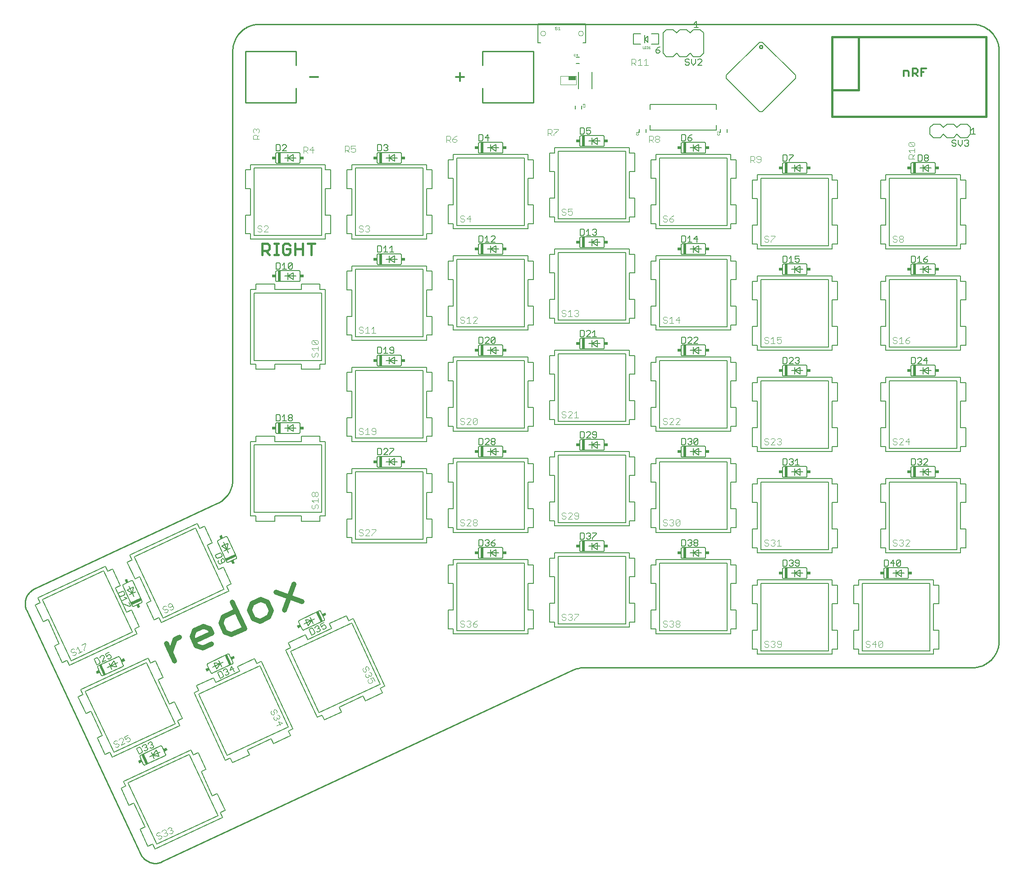
<source format=gto>
G75*
G70*
%OFA0B0*%
%FSLAX24Y24*%
%IPPOS*%
%LPD*%
%AMOC8*
5,1,8,0,0,1.08239X$1,22.5*
%
%ADD10C,0.0100*%
%ADD11C,0.0380*%
%ADD12C,0.0160*%
%ADD13C,0.0140*%
%ADD14C,0.0180*%
%ADD15C,0.0040*%
%ADD16C,0.0050*%
%ADD17R,0.0200X0.0800*%
%ADD18R,0.0250X0.0200*%
%ADD19C,0.0060*%
%ADD20C,0.0120*%
%ADD21C,0.0080*%
%ADD22C,0.0010*%
%ADD23R,0.0561X0.0295*%
%ADD24C,0.0000*%
%ADD25C,0.0020*%
D10*
X011301Y002388D02*
X002853Y020446D01*
X002827Y020506D01*
X002804Y020569D01*
X002785Y020632D01*
X002769Y020696D01*
X002757Y020761D01*
X002748Y020827D01*
X002743Y020893D01*
X002742Y020959D01*
X002745Y021026D01*
X002751Y021092D01*
X002761Y021157D01*
X002775Y021222D01*
X002792Y021286D01*
X002813Y021349D01*
X002837Y021410D01*
X002865Y021470D01*
X002896Y021529D01*
X002930Y021586D01*
X002968Y021640D01*
X003008Y021693D01*
X003051Y021743D01*
X003098Y021791D01*
X003146Y021836D01*
X003197Y021878D01*
X003251Y021917D01*
X003306Y021953D01*
X003364Y021986D01*
X003423Y022016D01*
X003422Y022016D02*
X016965Y028348D01*
X016966Y028347D02*
X017049Y028389D01*
X017130Y028434D01*
X017209Y028483D01*
X017286Y028536D01*
X017360Y028592D01*
X017431Y028652D01*
X017500Y028715D01*
X017565Y028781D01*
X017627Y028850D01*
X017686Y028922D01*
X017741Y028997D01*
X017793Y029074D01*
X017841Y029153D01*
X017885Y029235D01*
X017926Y029319D01*
X017962Y029405D01*
X017994Y029492D01*
X018022Y029580D01*
X018046Y029670D01*
X018066Y029761D01*
X018081Y029853D01*
X018092Y029945D01*
X018099Y030038D01*
X018101Y030131D01*
X018100Y030131D02*
X018100Y061870D01*
X019041Y061837D02*
X019041Y058037D01*
X022791Y058037D01*
X022791Y059087D01*
X022791Y060787D02*
X022791Y061837D01*
X019041Y061837D01*
X018100Y061870D02*
X018102Y061964D01*
X018109Y062057D01*
X018120Y062150D01*
X018136Y062243D01*
X018156Y062334D01*
X018180Y062425D01*
X018208Y062514D01*
X018241Y062602D01*
X018278Y062688D01*
X018319Y062772D01*
X018364Y062855D01*
X018413Y062935D01*
X018465Y063012D01*
X018521Y063087D01*
X018581Y063159D01*
X018644Y063229D01*
X018710Y063295D01*
X018780Y063358D01*
X018852Y063418D01*
X018927Y063474D01*
X019004Y063526D01*
X019084Y063575D01*
X019167Y063620D01*
X019251Y063661D01*
X019337Y063698D01*
X019425Y063731D01*
X019514Y063759D01*
X019605Y063783D01*
X019696Y063803D01*
X019789Y063819D01*
X019882Y063830D01*
X019975Y063837D01*
X020069Y063839D01*
X072825Y063839D01*
X072919Y063837D01*
X073012Y063830D01*
X073105Y063819D01*
X073198Y063803D01*
X073289Y063783D01*
X073380Y063759D01*
X073469Y063731D01*
X073557Y063698D01*
X073643Y063661D01*
X073727Y063620D01*
X073809Y063575D01*
X073890Y063526D01*
X073967Y063474D01*
X074042Y063418D01*
X074114Y063358D01*
X074184Y063295D01*
X074250Y063229D01*
X074313Y063159D01*
X074373Y063087D01*
X074429Y063012D01*
X074481Y062935D01*
X074530Y062854D01*
X074575Y062772D01*
X074616Y062688D01*
X074653Y062602D01*
X074686Y062514D01*
X074714Y062425D01*
X074738Y062334D01*
X074758Y062243D01*
X074774Y062150D01*
X074785Y062057D01*
X074792Y061964D01*
X074794Y061870D01*
X074793Y061870D02*
X074793Y018169D01*
X074794Y018169D02*
X074792Y018075D01*
X074785Y017982D01*
X074774Y017889D01*
X074758Y017796D01*
X074738Y017705D01*
X074714Y017614D01*
X074686Y017525D01*
X074653Y017437D01*
X074616Y017351D01*
X074575Y017267D01*
X074530Y017185D01*
X074481Y017104D01*
X074429Y017027D01*
X074373Y016952D01*
X074313Y016880D01*
X074250Y016810D01*
X074184Y016744D01*
X074114Y016681D01*
X074042Y016621D01*
X073967Y016565D01*
X073890Y016513D01*
X073810Y016464D01*
X073727Y016419D01*
X073643Y016378D01*
X073557Y016341D01*
X073469Y016308D01*
X073380Y016280D01*
X073289Y016256D01*
X073198Y016236D01*
X073105Y016220D01*
X073012Y016209D01*
X072919Y016202D01*
X072825Y016200D01*
X072825Y016201D02*
X044127Y016201D01*
X043295Y016016D02*
X012870Y001818D01*
X012807Y001791D01*
X012743Y001767D01*
X012677Y001747D01*
X012610Y001731D01*
X012543Y001720D01*
X012475Y001712D01*
X012406Y001708D01*
X012337Y001707D01*
X012269Y001711D01*
X012201Y001719D01*
X012133Y001731D01*
X012066Y001747D01*
X012000Y001767D01*
X011936Y001790D01*
X011873Y001817D01*
X011811Y001848D01*
X011752Y001882D01*
X011695Y001920D01*
X011639Y001961D01*
X011587Y002005D01*
X011537Y002052D01*
X011490Y002102D01*
X011445Y002154D01*
X011404Y002209D01*
X011367Y002267D01*
X011332Y002326D01*
X011301Y002387D01*
X043294Y016016D02*
X043382Y016055D01*
X043471Y016089D01*
X043562Y016118D01*
X043654Y016143D01*
X043747Y016164D01*
X043841Y016180D01*
X043936Y016192D01*
X044031Y016199D01*
X044127Y016201D01*
X040341Y058037D02*
X036591Y058037D01*
X036591Y059087D01*
X036591Y060787D02*
X036591Y061837D01*
X040341Y061837D01*
X040341Y058037D01*
X057080Y062164D02*
X057082Y062184D01*
X057087Y062204D01*
X057097Y062222D01*
X057109Y062239D01*
X057124Y062253D01*
X057142Y062263D01*
X057161Y062271D01*
X057181Y062275D01*
X057201Y062275D01*
X057221Y062271D01*
X057240Y062263D01*
X057258Y062253D01*
X057273Y062239D01*
X057285Y062222D01*
X057295Y062204D01*
X057300Y062184D01*
X057302Y062164D01*
X057300Y062144D01*
X057295Y062124D01*
X057285Y062106D01*
X057273Y062089D01*
X057258Y062075D01*
X057240Y062065D01*
X057221Y062057D01*
X057201Y062053D01*
X057181Y062053D01*
X057161Y062057D01*
X057142Y062065D01*
X057124Y062075D01*
X057109Y062089D01*
X057097Y062106D01*
X057087Y062124D01*
X057082Y062144D01*
X057080Y062164D01*
D11*
X022605Y022394D02*
X021908Y020478D01*
X020942Y020426D02*
X020638Y021079D01*
X020159Y021253D01*
X019506Y020949D01*
X019331Y020470D01*
X019636Y019817D01*
X020115Y019642D01*
X020768Y019947D01*
X020942Y020426D01*
X021299Y021785D02*
X023214Y021088D01*
X018975Y019111D02*
X017995Y018654D01*
X017516Y018828D01*
X017212Y019481D01*
X017386Y019960D01*
X018366Y020417D01*
X018061Y021070D02*
X018975Y019111D01*
X016551Y018775D02*
X015244Y018166D01*
X015397Y017840D02*
X015092Y018493D01*
X015266Y018972D01*
X015919Y019276D01*
X016398Y019102D01*
X016551Y018775D01*
X016529Y017970D02*
X015875Y017666D01*
X015397Y017840D01*
X014153Y018453D02*
X013827Y018300D01*
X013478Y017343D01*
X013783Y016690D02*
X013174Y017996D01*
D12*
X062445Y057002D02*
X062445Y058971D01*
X064413Y058971D01*
X064413Y062908D01*
X073862Y062908D01*
X073862Y057002D01*
X062445Y057002D01*
X062445Y058971D02*
X062445Y062908D01*
X064413Y062908D01*
D13*
X067761Y060381D02*
X068041Y060381D01*
X068134Y060287D01*
X068134Y060007D01*
X068405Y060007D02*
X068405Y060568D01*
X068685Y060568D01*
X068779Y060474D01*
X068779Y060287D01*
X068685Y060194D01*
X068405Y060194D01*
X068592Y060194D02*
X068779Y060007D01*
X069050Y060007D02*
X069050Y060568D01*
X069423Y060568D01*
X069237Y060287D02*
X069050Y060287D01*
X067761Y060381D02*
X067761Y060007D01*
D14*
X024204Y047598D02*
X023657Y047598D01*
X023930Y047598D02*
X023930Y046777D01*
X023283Y046777D02*
X023283Y047598D01*
X023283Y047187D02*
X022736Y047187D01*
X022362Y047187D02*
X022089Y047187D01*
X022362Y047187D02*
X022362Y046914D01*
X022226Y046777D01*
X021952Y046777D01*
X021815Y046914D01*
X021815Y047461D01*
X021952Y047598D01*
X022226Y047598D01*
X022362Y047461D01*
X022736Y047598D02*
X022736Y046777D01*
X021475Y046777D02*
X021201Y046777D01*
X021338Y046777D02*
X021338Y047598D01*
X021201Y047598D02*
X021475Y047598D01*
X020828Y047461D02*
X020828Y047187D01*
X020691Y047051D01*
X020281Y047051D01*
X020554Y047051D02*
X020828Y046777D01*
X020281Y046777D02*
X020281Y047598D01*
X020691Y047598D01*
X020828Y047461D01*
D15*
X020728Y048457D02*
X020421Y048457D01*
X020728Y048764D01*
X020728Y048841D01*
X020651Y048918D01*
X020498Y048918D01*
X020421Y048841D01*
X020268Y048841D02*
X020191Y048918D01*
X020037Y048918D01*
X019961Y048841D01*
X019961Y048764D01*
X020037Y048687D01*
X020191Y048687D01*
X020268Y048611D01*
X020268Y048534D01*
X020191Y048457D01*
X020037Y048457D01*
X019961Y048534D01*
X023340Y054307D02*
X023340Y054768D01*
X023570Y054768D01*
X023647Y054691D01*
X023647Y054537D01*
X023570Y054461D01*
X023340Y054461D01*
X023493Y054461D02*
X023647Y054307D01*
X023800Y054537D02*
X024107Y054537D01*
X024030Y054307D02*
X024030Y054768D01*
X023800Y054537D01*
X026411Y054511D02*
X026641Y054511D01*
X026718Y054587D01*
X026718Y054741D01*
X026641Y054818D01*
X026411Y054818D01*
X026411Y054357D01*
X026564Y054511D02*
X026718Y054357D01*
X026871Y054434D02*
X026948Y054357D01*
X027101Y054357D01*
X027178Y054434D01*
X027178Y054587D01*
X027101Y054664D01*
X027024Y054664D01*
X026871Y054587D01*
X026871Y054818D01*
X027178Y054818D01*
X027537Y048918D02*
X027461Y048841D01*
X027461Y048764D01*
X027537Y048687D01*
X027691Y048687D01*
X027768Y048611D01*
X027768Y048534D01*
X027691Y048457D01*
X027537Y048457D01*
X027461Y048534D01*
X027537Y048918D02*
X027691Y048918D01*
X027768Y048841D01*
X027921Y048841D02*
X027998Y048918D01*
X028151Y048918D01*
X028228Y048841D01*
X028228Y048764D01*
X028151Y048687D01*
X028228Y048611D01*
X028228Y048534D01*
X028151Y048457D01*
X027998Y048457D01*
X027921Y048534D01*
X028074Y048687D02*
X028151Y048687D01*
X034961Y049284D02*
X035037Y049207D01*
X035191Y049207D01*
X035268Y049284D01*
X035268Y049361D01*
X035191Y049437D01*
X035037Y049437D01*
X034961Y049514D01*
X034961Y049591D01*
X035037Y049668D01*
X035191Y049668D01*
X035268Y049591D01*
X035421Y049437D02*
X035728Y049437D01*
X035651Y049207D02*
X035651Y049668D01*
X035421Y049437D01*
X034601Y055107D02*
X034448Y055107D01*
X034371Y055184D01*
X034371Y055337D01*
X034601Y055337D01*
X034678Y055261D01*
X034678Y055184D01*
X034601Y055107D01*
X034371Y055337D02*
X034524Y055491D01*
X034678Y055568D01*
X034218Y055491D02*
X034218Y055337D01*
X034141Y055261D01*
X033911Y055261D01*
X034064Y055261D02*
X034218Y055107D01*
X033911Y055107D02*
X033911Y055568D01*
X034141Y055568D01*
X034218Y055491D01*
X041411Y055607D02*
X041411Y056068D01*
X041641Y056068D01*
X041718Y055991D01*
X041718Y055837D01*
X041641Y055761D01*
X041411Y055761D01*
X041564Y055761D02*
X041718Y055607D01*
X041871Y055607D02*
X041871Y055684D01*
X042178Y055991D01*
X042178Y056068D01*
X041871Y056068D01*
X042370Y059372D02*
X042370Y060002D01*
X043512Y060002D01*
X043512Y059372D01*
X042370Y059372D01*
X047630Y060807D02*
X047630Y061268D01*
X047860Y061268D01*
X047936Y061191D01*
X047936Y061037D01*
X047860Y060961D01*
X047630Y060961D01*
X047783Y060961D02*
X047936Y060807D01*
X048090Y060807D02*
X048397Y060807D01*
X048550Y060807D02*
X048857Y060807D01*
X048704Y060807D02*
X048704Y061268D01*
X048550Y061114D01*
X048243Y061268D02*
X048243Y060807D01*
X048090Y061114D02*
X048243Y061268D01*
X048911Y055568D02*
X049141Y055568D01*
X049218Y055491D01*
X049218Y055337D01*
X049141Y055261D01*
X048911Y055261D01*
X049064Y055261D02*
X049218Y055107D01*
X049371Y055184D02*
X049371Y055261D01*
X049448Y055337D01*
X049601Y055337D01*
X049678Y055261D01*
X049678Y055184D01*
X049601Y055107D01*
X049448Y055107D01*
X049371Y055184D01*
X049448Y055337D02*
X049371Y055414D01*
X049371Y055491D01*
X049448Y055568D01*
X049601Y055568D01*
X049678Y055491D01*
X049678Y055414D01*
X049601Y055337D01*
X048911Y055107D02*
X048911Y055568D01*
X050037Y049668D02*
X049961Y049591D01*
X049961Y049514D01*
X050037Y049437D01*
X050191Y049437D01*
X050268Y049361D01*
X050268Y049284D01*
X050191Y049207D01*
X050037Y049207D01*
X049961Y049284D01*
X050037Y049668D02*
X050191Y049668D01*
X050268Y049591D01*
X050421Y049437D02*
X050651Y049437D01*
X050728Y049361D01*
X050728Y049284D01*
X050651Y049207D01*
X050498Y049207D01*
X050421Y049284D01*
X050421Y049437D01*
X050574Y049591D01*
X050728Y049668D01*
X056411Y053607D02*
X056411Y054068D01*
X056641Y054068D01*
X056718Y053991D01*
X056718Y053837D01*
X056641Y053761D01*
X056411Y053761D01*
X056564Y053761D02*
X056718Y053607D01*
X056871Y053684D02*
X056948Y053607D01*
X057101Y053607D01*
X057178Y053684D01*
X057178Y053991D01*
X057101Y054068D01*
X056948Y054068D01*
X056871Y053991D01*
X056871Y053914D01*
X056948Y053837D01*
X057178Y053837D01*
X057537Y048168D02*
X057461Y048091D01*
X057461Y048014D01*
X057537Y047937D01*
X057691Y047937D01*
X057768Y047861D01*
X057768Y047784D01*
X057691Y047707D01*
X057537Y047707D01*
X057461Y047784D01*
X057537Y048168D02*
X057691Y048168D01*
X057768Y048091D01*
X057921Y048168D02*
X058228Y048168D01*
X058228Y048091D01*
X057921Y047784D01*
X057921Y047707D01*
X051112Y042168D02*
X050881Y041937D01*
X051188Y041937D01*
X051112Y041707D02*
X051112Y042168D01*
X050574Y042168D02*
X050574Y041707D01*
X050421Y041707D02*
X050728Y041707D01*
X050421Y042014D02*
X050574Y042168D01*
X050268Y042091D02*
X050191Y042168D01*
X050037Y042168D01*
X049961Y042091D01*
X049961Y042014D01*
X050037Y041937D01*
X050191Y041937D01*
X050268Y041861D01*
X050268Y041784D01*
X050191Y041707D01*
X050037Y041707D01*
X049961Y041784D01*
X043688Y042284D02*
X043612Y042207D01*
X043458Y042207D01*
X043381Y042284D01*
X043228Y042207D02*
X042921Y042207D01*
X043074Y042207D02*
X043074Y042668D01*
X042921Y042514D01*
X042768Y042591D02*
X042691Y042668D01*
X042537Y042668D01*
X042461Y042591D01*
X042461Y042514D01*
X042537Y042437D01*
X042691Y042437D01*
X042768Y042361D01*
X042768Y042284D01*
X042691Y042207D01*
X042537Y042207D01*
X042461Y042284D01*
X043381Y042591D02*
X043458Y042668D01*
X043612Y042668D01*
X043688Y042591D01*
X043688Y042514D01*
X043612Y042437D01*
X043688Y042361D01*
X043688Y042284D01*
X043612Y042437D02*
X043535Y042437D01*
X036188Y042091D02*
X036112Y042168D01*
X035958Y042168D01*
X035881Y042091D01*
X036188Y042091D02*
X036188Y042014D01*
X035881Y041707D01*
X036188Y041707D01*
X035728Y041707D02*
X035421Y041707D01*
X035574Y041707D02*
X035574Y042168D01*
X035421Y042014D01*
X035268Y042091D02*
X035191Y042168D01*
X035037Y042168D01*
X034961Y042091D01*
X034961Y042014D01*
X035037Y041937D01*
X035191Y041937D01*
X035268Y041861D01*
X035268Y041784D01*
X035191Y041707D01*
X035037Y041707D01*
X034961Y041784D01*
X028688Y040957D02*
X028381Y040957D01*
X028228Y040957D02*
X027921Y040957D01*
X028074Y040957D02*
X028074Y041418D01*
X027921Y041264D01*
X027768Y041341D02*
X027691Y041418D01*
X027537Y041418D01*
X027461Y041341D01*
X027461Y041264D01*
X027537Y041187D01*
X027691Y041187D01*
X027768Y041111D01*
X027768Y041034D01*
X027691Y040957D01*
X027537Y040957D01*
X027461Y041034D01*
X028381Y041264D02*
X028535Y041418D01*
X028535Y040957D01*
X024421Y040354D02*
X024421Y040201D01*
X024344Y040124D01*
X024037Y040431D01*
X024344Y040431D01*
X024421Y040354D01*
X024344Y040124D02*
X024037Y040124D01*
X023960Y040201D01*
X023960Y040354D01*
X024037Y040431D01*
X024421Y039970D02*
X024421Y039664D01*
X024421Y039817D02*
X023960Y039817D01*
X024114Y039664D01*
X024037Y039510D02*
X023960Y039433D01*
X023960Y039280D01*
X024037Y039203D01*
X024114Y039203D01*
X024191Y039280D01*
X024191Y039433D01*
X024267Y039510D01*
X024344Y039510D01*
X024421Y039433D01*
X024421Y039280D01*
X024344Y039203D01*
X027537Y033918D02*
X027461Y033841D01*
X027461Y033764D01*
X027537Y033687D01*
X027691Y033687D01*
X027768Y033611D01*
X027768Y033534D01*
X027691Y033457D01*
X027537Y033457D01*
X027461Y033534D01*
X027537Y033918D02*
X027691Y033918D01*
X027768Y033841D01*
X027921Y033764D02*
X028074Y033918D01*
X028074Y033457D01*
X027921Y033457D02*
X028228Y033457D01*
X028381Y033534D02*
X028458Y033457D01*
X028612Y033457D01*
X028688Y033534D01*
X028688Y033841D01*
X028612Y033918D01*
X028458Y033918D01*
X028381Y033841D01*
X028381Y033764D01*
X028458Y033687D01*
X028688Y033687D01*
X024344Y029181D02*
X024421Y029104D01*
X024421Y028951D01*
X024344Y028874D01*
X024267Y028874D01*
X024191Y028951D01*
X024191Y029104D01*
X024267Y029181D01*
X024344Y029181D01*
X024191Y029104D02*
X024114Y029181D01*
X024037Y029181D01*
X023960Y029104D01*
X023960Y028951D01*
X024037Y028874D01*
X024114Y028874D01*
X024191Y028951D01*
X024421Y028720D02*
X024421Y028414D01*
X024421Y028567D02*
X023960Y028567D01*
X024114Y028414D01*
X024037Y028260D02*
X023960Y028183D01*
X023960Y028030D01*
X024037Y027953D01*
X024114Y027953D01*
X024191Y028030D01*
X024191Y028183D01*
X024267Y028260D01*
X024344Y028260D01*
X024421Y028183D01*
X024421Y028030D01*
X024344Y027953D01*
X027461Y026341D02*
X027461Y026264D01*
X027537Y026187D01*
X027691Y026187D01*
X027768Y026111D01*
X027768Y026034D01*
X027691Y025957D01*
X027537Y025957D01*
X027461Y026034D01*
X027461Y026341D02*
X027537Y026418D01*
X027691Y026418D01*
X027768Y026341D01*
X027921Y026341D02*
X027998Y026418D01*
X028151Y026418D01*
X028228Y026341D01*
X028228Y026264D01*
X027921Y025957D01*
X028228Y025957D01*
X028381Y025957D02*
X028381Y026034D01*
X028688Y026341D01*
X028688Y026418D01*
X028381Y026418D01*
X034961Y026784D02*
X035037Y026707D01*
X035191Y026707D01*
X035268Y026784D01*
X035268Y026861D01*
X035191Y026937D01*
X035037Y026937D01*
X034961Y027014D01*
X034961Y027091D01*
X035037Y027168D01*
X035191Y027168D01*
X035268Y027091D01*
X035421Y027091D02*
X035498Y027168D01*
X035651Y027168D01*
X035728Y027091D01*
X035728Y027014D01*
X035421Y026707D01*
X035728Y026707D01*
X035881Y026784D02*
X035881Y026861D01*
X035958Y026937D01*
X036112Y026937D01*
X036188Y026861D01*
X036188Y026784D01*
X036112Y026707D01*
X035958Y026707D01*
X035881Y026784D01*
X035958Y026937D02*
X035881Y027014D01*
X035881Y027091D01*
X035958Y027168D01*
X036112Y027168D01*
X036188Y027091D01*
X036188Y027014D01*
X036112Y026937D01*
X042461Y027284D02*
X042537Y027207D01*
X042691Y027207D01*
X042768Y027284D01*
X042768Y027361D01*
X042691Y027437D01*
X042537Y027437D01*
X042461Y027514D01*
X042461Y027591D01*
X042537Y027668D01*
X042691Y027668D01*
X042768Y027591D01*
X042921Y027591D02*
X042998Y027668D01*
X043151Y027668D01*
X043228Y027591D01*
X043228Y027514D01*
X042921Y027207D01*
X043228Y027207D01*
X043381Y027284D02*
X043458Y027207D01*
X043612Y027207D01*
X043688Y027284D01*
X043688Y027591D01*
X043612Y027668D01*
X043458Y027668D01*
X043381Y027591D01*
X043381Y027514D01*
X043458Y027437D01*
X043688Y027437D01*
X049961Y027091D02*
X049961Y027014D01*
X050037Y026937D01*
X050191Y026937D01*
X050268Y026861D01*
X050268Y026784D01*
X050191Y026707D01*
X050037Y026707D01*
X049961Y026784D01*
X049961Y027091D02*
X050037Y027168D01*
X050191Y027168D01*
X050268Y027091D01*
X050421Y027091D02*
X050498Y027168D01*
X050651Y027168D01*
X050728Y027091D01*
X050728Y027014D01*
X050651Y026937D01*
X050728Y026861D01*
X050728Y026784D01*
X050651Y026707D01*
X050498Y026707D01*
X050421Y026784D01*
X050574Y026937D02*
X050651Y026937D01*
X050881Y026784D02*
X051188Y027091D01*
X051188Y026784D01*
X051112Y026707D01*
X050958Y026707D01*
X050881Y026784D01*
X050881Y027091D01*
X050958Y027168D01*
X051112Y027168D01*
X051188Y027091D01*
X057461Y025591D02*
X057461Y025514D01*
X057537Y025437D01*
X057691Y025437D01*
X057768Y025361D01*
X057768Y025284D01*
X057691Y025207D01*
X057537Y025207D01*
X057461Y025284D01*
X057461Y025591D02*
X057537Y025668D01*
X057691Y025668D01*
X057768Y025591D01*
X057921Y025591D02*
X057998Y025668D01*
X058151Y025668D01*
X058228Y025591D01*
X058228Y025514D01*
X058151Y025437D01*
X058228Y025361D01*
X058228Y025284D01*
X058151Y025207D01*
X057998Y025207D01*
X057921Y025284D01*
X058074Y025437D02*
X058151Y025437D01*
X058381Y025514D02*
X058535Y025668D01*
X058535Y025207D01*
X058688Y025207D02*
X058381Y025207D01*
X051188Y019591D02*
X051188Y019514D01*
X051112Y019437D01*
X050958Y019437D01*
X050881Y019514D01*
X050881Y019591D01*
X050958Y019668D01*
X051112Y019668D01*
X051188Y019591D01*
X051112Y019437D02*
X051188Y019361D01*
X051188Y019284D01*
X051112Y019207D01*
X050958Y019207D01*
X050881Y019284D01*
X050881Y019361D01*
X050958Y019437D01*
X050728Y019361D02*
X050728Y019284D01*
X050651Y019207D01*
X050498Y019207D01*
X050421Y019284D01*
X050268Y019284D02*
X050191Y019207D01*
X050037Y019207D01*
X049961Y019284D01*
X050037Y019437D02*
X050191Y019437D01*
X050268Y019361D01*
X050268Y019284D01*
X050037Y019437D02*
X049961Y019514D01*
X049961Y019591D01*
X050037Y019668D01*
X050191Y019668D01*
X050268Y019591D01*
X050421Y019591D02*
X050498Y019668D01*
X050651Y019668D01*
X050728Y019591D01*
X050728Y019514D01*
X050651Y019437D01*
X050728Y019361D01*
X050651Y019437D02*
X050574Y019437D01*
X057461Y018091D02*
X057461Y018014D01*
X057537Y017937D01*
X057691Y017937D01*
X057768Y017861D01*
X057768Y017784D01*
X057691Y017707D01*
X057537Y017707D01*
X057461Y017784D01*
X057461Y018091D02*
X057537Y018168D01*
X057691Y018168D01*
X057768Y018091D01*
X057921Y018091D02*
X057998Y018168D01*
X058151Y018168D01*
X058228Y018091D01*
X058228Y018014D01*
X058151Y017937D01*
X058228Y017861D01*
X058228Y017784D01*
X058151Y017707D01*
X057998Y017707D01*
X057921Y017784D01*
X058074Y017937D02*
X058151Y017937D01*
X058381Y018014D02*
X058458Y017937D01*
X058688Y017937D01*
X058688Y017784D02*
X058688Y018091D01*
X058612Y018168D01*
X058458Y018168D01*
X058381Y018091D01*
X058381Y018014D01*
X058381Y017784D02*
X058458Y017707D01*
X058612Y017707D01*
X058688Y017784D01*
X064961Y017784D02*
X065037Y017707D01*
X065191Y017707D01*
X065268Y017784D01*
X065268Y017861D01*
X065191Y017937D01*
X065037Y017937D01*
X064961Y018014D01*
X064961Y018091D01*
X065037Y018168D01*
X065191Y018168D01*
X065268Y018091D01*
X065421Y017937D02*
X065728Y017937D01*
X065881Y017784D02*
X065881Y018091D01*
X065958Y018168D01*
X066112Y018168D01*
X066188Y018091D01*
X065881Y017784D01*
X065958Y017707D01*
X066112Y017707D01*
X066188Y017784D01*
X066188Y018091D01*
X065651Y018168D02*
X065651Y017707D01*
X065421Y017937D02*
X065651Y018168D01*
X067037Y025207D02*
X066961Y025284D01*
X067037Y025207D02*
X067191Y025207D01*
X067268Y025284D01*
X067268Y025361D01*
X067191Y025437D01*
X067037Y025437D01*
X066961Y025514D01*
X066961Y025591D01*
X067037Y025668D01*
X067191Y025668D01*
X067268Y025591D01*
X067421Y025591D02*
X067498Y025668D01*
X067651Y025668D01*
X067728Y025591D01*
X067728Y025514D01*
X067651Y025437D01*
X067728Y025361D01*
X067728Y025284D01*
X067651Y025207D01*
X067498Y025207D01*
X067421Y025284D01*
X067574Y025437D02*
X067651Y025437D01*
X067881Y025591D02*
X067958Y025668D01*
X068112Y025668D01*
X068188Y025591D01*
X068188Y025514D01*
X067881Y025207D01*
X068188Y025207D01*
X068112Y032707D02*
X068112Y033168D01*
X067881Y032937D01*
X068188Y032937D01*
X067728Y033014D02*
X067728Y033091D01*
X067651Y033168D01*
X067498Y033168D01*
X067421Y033091D01*
X067268Y033091D02*
X067191Y033168D01*
X067037Y033168D01*
X066961Y033091D01*
X066961Y033014D01*
X067037Y032937D01*
X067191Y032937D01*
X067268Y032861D01*
X067268Y032784D01*
X067191Y032707D01*
X067037Y032707D01*
X066961Y032784D01*
X067421Y032707D02*
X067728Y033014D01*
X067728Y032707D02*
X067421Y032707D01*
X067421Y040207D02*
X067728Y040207D01*
X067574Y040207D02*
X067574Y040668D01*
X067421Y040514D01*
X067268Y040591D02*
X067191Y040668D01*
X067037Y040668D01*
X066961Y040591D01*
X066961Y040514D01*
X067037Y040437D01*
X067191Y040437D01*
X067268Y040361D01*
X067268Y040284D01*
X067191Y040207D01*
X067037Y040207D01*
X066961Y040284D01*
X067881Y040284D02*
X067881Y040437D01*
X068112Y040437D01*
X068188Y040361D01*
X068188Y040284D01*
X068112Y040207D01*
X067958Y040207D01*
X067881Y040284D01*
X067881Y040437D02*
X068035Y040591D01*
X068188Y040668D01*
X067651Y047707D02*
X067498Y047707D01*
X067421Y047784D01*
X067421Y047861D01*
X067498Y047937D01*
X067651Y047937D01*
X067728Y047861D01*
X067728Y047784D01*
X067651Y047707D01*
X067651Y047937D02*
X067728Y048014D01*
X067728Y048091D01*
X067651Y048168D01*
X067498Y048168D01*
X067421Y048091D01*
X067421Y048014D01*
X067498Y047937D01*
X067268Y047861D02*
X067268Y047784D01*
X067191Y047707D01*
X067037Y047707D01*
X066961Y047784D01*
X067037Y047937D02*
X067191Y047937D01*
X067268Y047861D01*
X067268Y048091D02*
X067191Y048168D01*
X067037Y048168D01*
X066961Y048091D01*
X066961Y048014D01*
X067037Y047937D01*
X068110Y053876D02*
X068110Y054106D01*
X068187Y054183D01*
X068341Y054183D01*
X068417Y054106D01*
X068417Y053876D01*
X068417Y054029D02*
X068571Y054183D01*
X068571Y054336D02*
X068571Y054643D01*
X068571Y054490D02*
X068110Y054490D01*
X068264Y054336D01*
X068187Y054797D02*
X068494Y054797D01*
X068187Y055104D01*
X068494Y055104D01*
X068571Y055027D01*
X068571Y054873D01*
X068494Y054797D01*
X068187Y054797D02*
X068110Y054873D01*
X068110Y055027D01*
X068187Y055104D01*
X068110Y053876D02*
X068571Y053876D01*
X058688Y040668D02*
X058381Y040668D01*
X058381Y040437D01*
X058535Y040514D01*
X058612Y040514D01*
X058688Y040437D01*
X058688Y040284D01*
X058612Y040207D01*
X058458Y040207D01*
X058381Y040284D01*
X058228Y040207D02*
X057921Y040207D01*
X058074Y040207D02*
X058074Y040668D01*
X057921Y040514D01*
X057768Y040591D02*
X057691Y040668D01*
X057537Y040668D01*
X057461Y040591D01*
X057461Y040514D01*
X057537Y040437D01*
X057691Y040437D01*
X057768Y040361D01*
X057768Y040284D01*
X057691Y040207D01*
X057537Y040207D01*
X057461Y040284D01*
X051188Y034591D02*
X051112Y034668D01*
X050958Y034668D01*
X050881Y034591D01*
X050728Y034591D02*
X050651Y034668D01*
X050498Y034668D01*
X050421Y034591D01*
X050268Y034591D02*
X050191Y034668D01*
X050037Y034668D01*
X049961Y034591D01*
X049961Y034514D01*
X050037Y034437D01*
X050191Y034437D01*
X050268Y034361D01*
X050268Y034284D01*
X050191Y034207D01*
X050037Y034207D01*
X049961Y034284D01*
X050421Y034207D02*
X050728Y034514D01*
X050728Y034591D01*
X050728Y034207D02*
X050421Y034207D01*
X050881Y034207D02*
X051188Y034514D01*
X051188Y034591D01*
X051188Y034207D02*
X050881Y034207D01*
X057461Y033091D02*
X057461Y033014D01*
X057537Y032937D01*
X057691Y032937D01*
X057768Y032861D01*
X057768Y032784D01*
X057691Y032707D01*
X057537Y032707D01*
X057461Y032784D01*
X057461Y033091D02*
X057537Y033168D01*
X057691Y033168D01*
X057768Y033091D01*
X057921Y033091D02*
X057998Y033168D01*
X058151Y033168D01*
X058228Y033091D01*
X058228Y033014D01*
X057921Y032707D01*
X058228Y032707D01*
X058381Y032784D02*
X058458Y032707D01*
X058612Y032707D01*
X058688Y032784D01*
X058688Y032861D01*
X058612Y032937D01*
X058535Y032937D01*
X058612Y032937D02*
X058688Y033014D01*
X058688Y033091D01*
X058612Y033168D01*
X058458Y033168D01*
X058381Y033091D01*
X043688Y034707D02*
X043381Y034707D01*
X043228Y034707D02*
X042921Y034707D01*
X043228Y035014D01*
X043228Y035091D01*
X043151Y035168D01*
X042998Y035168D01*
X042921Y035091D01*
X042768Y035091D02*
X042691Y035168D01*
X042537Y035168D01*
X042461Y035091D01*
X042461Y035014D01*
X042537Y034937D01*
X042691Y034937D01*
X042768Y034861D01*
X042768Y034784D01*
X042691Y034707D01*
X042537Y034707D01*
X042461Y034784D01*
X043381Y035014D02*
X043535Y035168D01*
X043535Y034707D01*
X036188Y034591D02*
X036188Y034284D01*
X036112Y034207D01*
X035958Y034207D01*
X035881Y034284D01*
X036188Y034591D01*
X036112Y034668D01*
X035958Y034668D01*
X035881Y034591D01*
X035881Y034284D01*
X035728Y034207D02*
X035421Y034207D01*
X035728Y034514D01*
X035728Y034591D01*
X035651Y034668D01*
X035498Y034668D01*
X035421Y034591D01*
X035268Y034591D02*
X035191Y034668D01*
X035037Y034668D01*
X034961Y034591D01*
X034961Y034514D01*
X035037Y034437D01*
X035191Y034437D01*
X035268Y034361D01*
X035268Y034284D01*
X035191Y034207D01*
X035037Y034207D01*
X034961Y034284D01*
X042537Y020168D02*
X042461Y020091D01*
X042461Y020014D01*
X042537Y019937D01*
X042691Y019937D01*
X042768Y019861D01*
X042768Y019784D01*
X042691Y019707D01*
X042537Y019707D01*
X042461Y019784D01*
X042537Y020168D02*
X042691Y020168D01*
X042768Y020091D01*
X042921Y020091D02*
X042998Y020168D01*
X043151Y020168D01*
X043228Y020091D01*
X043228Y020014D01*
X043151Y019937D01*
X043228Y019861D01*
X043228Y019784D01*
X043151Y019707D01*
X042998Y019707D01*
X042921Y019784D01*
X043074Y019937D02*
X043151Y019937D01*
X043381Y019784D02*
X043381Y019707D01*
X043381Y019784D02*
X043688Y020091D01*
X043688Y020168D01*
X043381Y020168D01*
X036188Y019668D02*
X036035Y019591D01*
X035881Y019437D01*
X036112Y019437D01*
X036188Y019361D01*
X036188Y019284D01*
X036112Y019207D01*
X035958Y019207D01*
X035881Y019284D01*
X035881Y019437D01*
X035728Y019361D02*
X035728Y019284D01*
X035651Y019207D01*
X035498Y019207D01*
X035421Y019284D01*
X035268Y019284D02*
X035191Y019207D01*
X035037Y019207D01*
X034961Y019284D01*
X035037Y019437D02*
X035191Y019437D01*
X035268Y019361D01*
X035268Y019284D01*
X035037Y019437D02*
X034961Y019514D01*
X034961Y019591D01*
X035037Y019668D01*
X035191Y019668D01*
X035268Y019591D01*
X035421Y019591D02*
X035498Y019668D01*
X035651Y019668D01*
X035728Y019591D01*
X035728Y019514D01*
X035651Y019437D01*
X035728Y019361D01*
X035651Y019437D02*
X035574Y019437D01*
X028324Y015825D02*
X028389Y015686D01*
X028351Y015584D01*
X028282Y015552D01*
X028180Y015589D01*
X028143Y015487D01*
X028073Y015455D01*
X027971Y015492D01*
X027906Y015631D01*
X027944Y015733D01*
X027879Y015872D02*
X027777Y015909D01*
X027712Y016048D01*
X027749Y016150D01*
X027921Y016145D02*
X027985Y016006D01*
X027948Y015904D01*
X027879Y015872D01*
X027921Y016145D02*
X027958Y016247D01*
X028027Y016280D01*
X028129Y016243D01*
X028194Y016104D01*
X028157Y016002D01*
X028222Y015862D02*
X028324Y015825D01*
X028147Y015659D02*
X028180Y015589D01*
X028277Y015380D02*
X028412Y015274D01*
X028444Y015204D01*
X028407Y015102D01*
X028268Y015037D01*
X028166Y015074D01*
X028101Y015214D01*
X028138Y015315D01*
X028277Y015380D02*
X028486Y015478D01*
X028615Y015199D01*
X021786Y012099D02*
X021480Y012210D01*
X021610Y011932D01*
X021369Y011904D02*
X021786Y012099D01*
X021554Y012414D02*
X021485Y012382D01*
X021383Y012419D01*
X021346Y012317D01*
X021276Y012285D01*
X021174Y012322D01*
X021109Y012461D01*
X021147Y012563D01*
X021082Y012702D02*
X020980Y012739D01*
X020915Y012878D01*
X020952Y012980D01*
X021124Y012975D02*
X021188Y012836D01*
X021151Y012734D01*
X021082Y012702D01*
X021124Y012975D02*
X021161Y013077D01*
X021230Y013110D01*
X021332Y013073D01*
X021397Y012934D01*
X021360Y012832D01*
X021425Y012692D02*
X021527Y012655D01*
X021592Y012516D01*
X021554Y012414D01*
X021383Y012419D02*
X021350Y012489D01*
X013696Y020529D02*
X013557Y020465D01*
X013455Y020502D01*
X013316Y020437D02*
X013283Y020506D01*
X013181Y020543D01*
X013042Y020479D01*
X012940Y020516D01*
X012908Y020585D01*
X012945Y020687D01*
X013084Y020752D01*
X013186Y020715D01*
X013325Y020780D02*
X013358Y020710D01*
X013459Y020673D01*
X013668Y020770D01*
X013733Y020631D02*
X013603Y020910D01*
X013501Y020947D01*
X013362Y020882D01*
X013325Y020780D01*
X013316Y020437D02*
X013279Y020335D01*
X013140Y020270D01*
X013038Y020307D01*
X013696Y020529D02*
X013733Y020631D01*
X007223Y017935D02*
X007075Y017527D01*
X007107Y017458D01*
X006968Y017393D02*
X006690Y017263D01*
X006829Y017328D02*
X006635Y017745D01*
X006561Y017541D01*
X006389Y017546D02*
X006287Y017583D01*
X006148Y017518D01*
X006111Y017416D01*
X006143Y017347D01*
X006245Y017310D01*
X006384Y017374D01*
X006486Y017337D01*
X006519Y017268D01*
X006482Y017166D01*
X006343Y017101D01*
X006241Y017138D01*
X006913Y017875D02*
X007191Y018005D01*
X007223Y017935D01*
X010360Y011208D02*
X010082Y011078D01*
X010179Y010869D01*
X010286Y011004D01*
X010355Y011036D01*
X010457Y010999D01*
X010522Y010860D01*
X010485Y010758D01*
X010346Y010693D01*
X010244Y010730D01*
X010137Y010596D02*
X009859Y010466D01*
X010008Y010874D01*
X009975Y010944D01*
X009873Y010981D01*
X009734Y010916D01*
X009697Y010814D01*
X009558Y010749D02*
X009456Y010786D01*
X009317Y010721D01*
X009280Y010619D01*
X009312Y010550D01*
X009414Y010513D01*
X009553Y010577D01*
X009655Y010540D01*
X009688Y010471D01*
X009651Y010369D01*
X009512Y010304D01*
X009410Y010341D01*
X012487Y003923D02*
X012626Y003988D01*
X012728Y003951D01*
X012867Y004016D02*
X012904Y004118D01*
X013043Y004183D01*
X013145Y004146D01*
X013178Y004076D01*
X013141Y003974D01*
X013243Y003937D01*
X013275Y003867D01*
X013238Y003765D01*
X013099Y003701D01*
X012997Y003738D01*
X012858Y003673D02*
X012821Y003571D01*
X012682Y003506D01*
X012580Y003543D01*
X012584Y003715D02*
X012723Y003779D01*
X012825Y003742D01*
X012858Y003673D01*
X012584Y003715D02*
X012482Y003752D01*
X012450Y003821D01*
X012487Y003923D01*
X013071Y003942D02*
X013141Y003974D01*
X013414Y003932D02*
X013516Y003895D01*
X013655Y003960D01*
X013692Y004062D01*
X013660Y004131D01*
X013558Y004169D01*
X013488Y004136D01*
X013558Y004169D02*
X013595Y004270D01*
X013562Y004340D01*
X013460Y004377D01*
X013321Y004312D01*
X013284Y004210D01*
X042537Y049707D02*
X042461Y049784D01*
X042537Y049707D02*
X042691Y049707D01*
X042768Y049784D01*
X042768Y049861D01*
X042691Y049937D01*
X042537Y049937D01*
X042461Y050014D01*
X042461Y050091D01*
X042537Y050168D01*
X042691Y050168D01*
X042768Y050091D01*
X042921Y050168D02*
X042921Y049937D01*
X043074Y050014D01*
X043151Y050014D01*
X043228Y049937D01*
X043228Y049784D01*
X043151Y049707D01*
X042998Y049707D01*
X042921Y049784D01*
X042921Y050168D02*
X043228Y050168D01*
X020071Y055336D02*
X019610Y055336D01*
X019610Y055567D01*
X019687Y055643D01*
X019841Y055643D01*
X019917Y055567D01*
X019917Y055336D01*
X019917Y055490D02*
X020071Y055643D01*
X019994Y055797D02*
X020071Y055873D01*
X020071Y056027D01*
X019994Y056104D01*
X019917Y056104D01*
X019841Y056027D01*
X019841Y055950D01*
X019841Y056027D02*
X019764Y056104D01*
X019687Y056104D01*
X019610Y056027D01*
X019610Y055873D01*
X019687Y055797D01*
D16*
X009838Y007247D02*
X010420Y005998D01*
X010777Y006164D01*
X011609Y004380D01*
X011252Y004214D01*
X011834Y002965D01*
X012191Y003132D01*
X012358Y002775D01*
X017353Y005104D01*
X017187Y005461D01*
X017544Y005627D01*
X016961Y006876D01*
X016604Y006710D01*
X015772Y008494D01*
X016129Y008660D01*
X015547Y009909D01*
X015190Y009743D01*
X015024Y010100D01*
X010028Y007770D01*
X010195Y007413D01*
X009838Y007247D01*
X010368Y007646D02*
X012481Y003115D01*
X017013Y005228D01*
X014900Y009759D01*
X010368Y007646D01*
X009188Y009573D02*
X009021Y009930D01*
X008664Y009763D01*
X008082Y011012D01*
X008439Y011178D01*
X007607Y012962D01*
X007250Y012796D01*
X006668Y014045D01*
X007025Y014211D01*
X006858Y014568D01*
X011854Y016898D01*
X012020Y016541D01*
X012377Y016707D01*
X012959Y015458D01*
X012602Y015292D01*
X013434Y013508D01*
X013791Y013674D01*
X014374Y012425D01*
X014017Y012259D01*
X014183Y011902D01*
X009188Y009573D01*
X009311Y009913D02*
X007198Y014444D01*
X011730Y016557D01*
X013843Y012026D01*
X009311Y009913D01*
X010985Y010201D02*
X011176Y009793D01*
X011380Y009888D01*
X011416Y009988D01*
X011289Y010260D01*
X011189Y010296D01*
X010985Y010201D01*
X011434Y010328D02*
X011471Y010428D01*
X011607Y010491D01*
X011706Y010455D01*
X011738Y010387D01*
X011702Y010287D01*
X011802Y010251D01*
X011833Y010183D01*
X011797Y010083D01*
X011661Y010019D01*
X011561Y010056D01*
X011634Y010255D02*
X011702Y010287D01*
X011852Y010522D02*
X011888Y010622D01*
X012024Y010686D01*
X012124Y010649D01*
X012155Y010581D01*
X012119Y010481D01*
X012219Y010445D01*
X012251Y010377D01*
X012214Y010277D01*
X012078Y010214D01*
X011978Y010250D01*
X012051Y010450D02*
X012119Y010481D01*
X015240Y014338D02*
X015597Y014505D01*
X015431Y014861D01*
X016680Y015444D01*
X016846Y015087D01*
X018630Y015919D01*
X018464Y016276D01*
X019713Y016858D01*
X019879Y016501D01*
X020236Y016668D01*
X022565Y011672D01*
X022208Y011506D01*
X022375Y011149D01*
X021126Y010567D01*
X020959Y010923D01*
X019175Y010091D01*
X019342Y009735D01*
X018093Y009152D01*
X017926Y009509D01*
X017570Y009343D01*
X015240Y014338D01*
X015580Y014214D02*
X020112Y016327D01*
X022225Y011796D01*
X017693Y009683D01*
X015580Y014214D01*
X017173Y015411D02*
X017377Y015506D01*
X017414Y015606D01*
X017287Y015878D01*
X017187Y015915D01*
X016983Y015820D01*
X017173Y015411D01*
X017559Y015674D02*
X017659Y015638D01*
X017795Y015701D01*
X017831Y015801D01*
X017799Y015869D01*
X017699Y015905D01*
X017631Y015873D01*
X017699Y015905D02*
X017736Y016005D01*
X017704Y016073D01*
X017604Y016109D01*
X017468Y016046D01*
X017432Y015946D01*
X017913Y016004D02*
X018185Y016131D01*
X018212Y015896D02*
X018021Y016304D01*
X017913Y016004D01*
X022037Y017508D02*
X022394Y017675D01*
X022228Y018031D01*
X023477Y018614D01*
X023643Y018257D01*
X025427Y019089D01*
X025261Y019446D01*
X026510Y020028D01*
X026676Y019671D01*
X027033Y019838D01*
X029362Y014842D01*
X029005Y014676D01*
X029172Y014319D01*
X027923Y013737D01*
X027756Y014093D01*
X025972Y013261D01*
X026139Y012905D01*
X024890Y012322D01*
X024724Y012679D01*
X024367Y012513D01*
X022037Y017508D01*
X022377Y017384D02*
X026909Y019497D01*
X029022Y014966D01*
X024490Y012853D01*
X022377Y017384D01*
X023939Y018611D02*
X023749Y019019D01*
X023953Y019114D01*
X024053Y019078D01*
X024180Y018806D01*
X024143Y018706D01*
X023939Y018611D01*
X024325Y018873D02*
X024425Y018837D01*
X024561Y018900D01*
X024597Y019000D01*
X024565Y019068D01*
X024465Y019104D01*
X024397Y019073D01*
X024465Y019104D02*
X024502Y019204D01*
X024470Y019272D01*
X024370Y019309D01*
X024234Y019245D01*
X024198Y019145D01*
X024583Y019408D02*
X024679Y019204D01*
X024783Y019335D01*
X024851Y019367D01*
X024951Y019331D01*
X025014Y019195D01*
X024978Y019095D01*
X024842Y019031D01*
X024742Y019068D01*
X024583Y019408D02*
X024856Y019535D01*
X026935Y025431D02*
X026935Y025825D01*
X026541Y025825D01*
X026541Y027203D01*
X026935Y027203D01*
X026935Y029171D01*
X026541Y029171D01*
X026541Y030549D01*
X026935Y030549D01*
X026935Y030943D01*
X032447Y030943D01*
X032447Y030549D01*
X032840Y030549D01*
X032840Y029171D01*
X032447Y029171D01*
X032447Y027203D01*
X032840Y027203D01*
X032840Y025825D01*
X032447Y025825D01*
X032447Y025431D01*
X026935Y025431D01*
X027191Y025687D02*
X027191Y030687D01*
X032191Y030687D01*
X032191Y025687D01*
X027191Y025687D01*
X024947Y027427D02*
X024553Y027427D01*
X024553Y027034D01*
X023175Y027034D01*
X023175Y027427D01*
X021206Y027427D01*
X021206Y027034D01*
X019829Y027034D01*
X019829Y027427D01*
X019435Y027427D01*
X019435Y032939D01*
X019829Y032939D01*
X019829Y033333D01*
X021206Y033333D01*
X021206Y032939D01*
X023175Y032939D01*
X023175Y033333D01*
X024553Y033333D01*
X024553Y032939D01*
X024947Y032939D01*
X024947Y027427D01*
X024691Y027683D02*
X019691Y027683D01*
X019691Y032683D01*
X024691Y032683D01*
X024691Y027683D01*
X028816Y031962D02*
X029041Y031962D01*
X029116Y032037D01*
X029116Y032337D01*
X029041Y032413D01*
X028816Y032413D01*
X028816Y031962D01*
X029276Y031962D02*
X029576Y032262D01*
X029576Y032337D01*
X029501Y032413D01*
X029351Y032413D01*
X029276Y032337D01*
X029276Y031962D02*
X029576Y031962D01*
X029736Y031962D02*
X029736Y032037D01*
X030037Y032337D01*
X030037Y032413D01*
X029736Y032413D01*
X032191Y033187D02*
X027191Y033187D01*
X027191Y038187D01*
X032191Y038187D01*
X032191Y033187D01*
X032447Y033325D02*
X032447Y032931D01*
X026935Y032931D01*
X026935Y033325D01*
X026541Y033325D01*
X026541Y034703D01*
X026935Y034703D01*
X026935Y036671D01*
X026541Y036671D01*
X026541Y038049D01*
X026935Y038049D01*
X026935Y038443D01*
X032447Y038443D01*
X032447Y038049D01*
X032840Y038049D01*
X032840Y036671D01*
X032447Y036671D01*
X032447Y034703D01*
X032840Y034703D01*
X032840Y033325D01*
X032447Y033325D01*
X034041Y034075D02*
X034041Y035453D01*
X034435Y035453D01*
X034435Y037421D01*
X034041Y037421D01*
X034041Y038799D01*
X034435Y038799D01*
X034435Y039193D01*
X039947Y039193D01*
X039947Y038799D01*
X040340Y038799D01*
X040340Y037421D01*
X039947Y037421D01*
X039947Y035453D01*
X040340Y035453D01*
X040340Y034075D01*
X039947Y034075D01*
X039947Y033681D01*
X034435Y033681D01*
X034435Y034075D01*
X034041Y034075D01*
X034691Y033937D02*
X034691Y038937D01*
X039691Y038937D01*
X039691Y033937D01*
X034691Y033937D01*
X036316Y033163D02*
X036316Y032712D01*
X036541Y032712D01*
X036616Y032787D01*
X036616Y033087D01*
X036541Y033163D01*
X036316Y033163D01*
X036776Y033087D02*
X036851Y033163D01*
X037001Y033163D01*
X037076Y033087D01*
X037076Y033012D01*
X036776Y032712D01*
X037076Y032712D01*
X037236Y032787D02*
X037236Y032862D01*
X037311Y032937D01*
X037462Y032937D01*
X037537Y032862D01*
X037537Y032787D01*
X037462Y032712D01*
X037311Y032712D01*
X037236Y032787D01*
X037311Y032937D02*
X037236Y033012D01*
X037236Y033087D01*
X037311Y033163D01*
X037462Y033163D01*
X037537Y033087D01*
X037537Y033012D01*
X037462Y032937D01*
X039691Y031437D02*
X034691Y031437D01*
X034691Y026437D01*
X039691Y026437D01*
X039691Y031437D01*
X039947Y031299D02*
X040340Y031299D01*
X040340Y029921D01*
X039947Y029921D01*
X039947Y027953D01*
X040340Y027953D01*
X040340Y026575D01*
X039947Y026575D01*
X039947Y026181D01*
X034435Y026181D01*
X034435Y026575D01*
X034041Y026575D01*
X034041Y027953D01*
X034435Y027953D01*
X034435Y029921D01*
X034041Y029921D01*
X034041Y031299D01*
X034435Y031299D01*
X034435Y031693D01*
X039947Y031693D01*
X039947Y031299D01*
X041541Y031799D02*
X041541Y030421D01*
X041935Y030421D01*
X041935Y028453D01*
X041541Y028453D01*
X041541Y027075D01*
X041935Y027075D01*
X041935Y026681D01*
X047447Y026681D01*
X047447Y027075D01*
X047840Y027075D01*
X047840Y028453D01*
X047447Y028453D01*
X047447Y030421D01*
X047840Y030421D01*
X047840Y031799D01*
X047447Y031799D01*
X047447Y032193D01*
X041935Y032193D01*
X041935Y031799D01*
X041541Y031799D01*
X042191Y031937D02*
X042191Y026937D01*
X047191Y026937D01*
X047191Y031937D01*
X042191Y031937D01*
X043816Y033212D02*
X044041Y033212D01*
X044116Y033287D01*
X044116Y033587D01*
X044041Y033663D01*
X043816Y033663D01*
X043816Y033212D01*
X044276Y033212D02*
X044576Y033512D01*
X044576Y033587D01*
X044501Y033663D01*
X044351Y033663D01*
X044276Y033587D01*
X044276Y033212D02*
X044576Y033212D01*
X044736Y033287D02*
X044811Y033212D01*
X044962Y033212D01*
X045037Y033287D01*
X045037Y033587D01*
X044962Y033663D01*
X044811Y033663D01*
X044736Y033587D01*
X044736Y033512D01*
X044811Y033437D01*
X045037Y033437D01*
X047191Y034437D02*
X042191Y034437D01*
X042191Y039437D01*
X047191Y039437D01*
X047191Y034437D01*
X047447Y034575D02*
X047447Y034181D01*
X041935Y034181D01*
X041935Y034575D01*
X041541Y034575D01*
X041541Y035953D01*
X041935Y035953D01*
X041935Y037921D01*
X041541Y037921D01*
X041541Y039299D01*
X041935Y039299D01*
X041935Y039693D01*
X047447Y039693D01*
X047447Y039299D01*
X047840Y039299D01*
X047840Y037921D01*
X047447Y037921D01*
X047447Y035953D01*
X047840Y035953D01*
X047840Y034575D01*
X047447Y034575D01*
X049041Y034075D02*
X049041Y035453D01*
X049435Y035453D01*
X049435Y037421D01*
X049041Y037421D01*
X049041Y038799D01*
X049435Y038799D01*
X049435Y039193D01*
X054947Y039193D01*
X054947Y038799D01*
X055340Y038799D01*
X055340Y037421D01*
X054947Y037421D01*
X054947Y035453D01*
X055340Y035453D01*
X055340Y034075D01*
X054947Y034075D01*
X054947Y033681D01*
X049435Y033681D01*
X049435Y034075D01*
X049041Y034075D01*
X049691Y033937D02*
X049691Y038937D01*
X054691Y038937D01*
X054691Y033937D01*
X049691Y033937D01*
X051316Y033163D02*
X051316Y032712D01*
X051541Y032712D01*
X051616Y032787D01*
X051616Y033087D01*
X051541Y033163D01*
X051316Y033163D01*
X051776Y033087D02*
X051851Y033163D01*
X052001Y033163D01*
X052076Y033087D01*
X052076Y033012D01*
X052001Y032937D01*
X052076Y032862D01*
X052076Y032787D01*
X052001Y032712D01*
X051851Y032712D01*
X051776Y032787D01*
X051926Y032937D02*
X052001Y032937D01*
X052236Y032787D02*
X052537Y033087D01*
X052537Y032787D01*
X052462Y032712D01*
X052311Y032712D01*
X052236Y032787D01*
X052236Y033087D01*
X052311Y033163D01*
X052462Y033163D01*
X052537Y033087D01*
X054691Y031437D02*
X054691Y026437D01*
X049691Y026437D01*
X049691Y031437D01*
X054691Y031437D01*
X054947Y031299D02*
X055340Y031299D01*
X055340Y029921D01*
X054947Y029921D01*
X054947Y027953D01*
X055340Y027953D01*
X055340Y026575D01*
X054947Y026575D01*
X054947Y026181D01*
X049435Y026181D01*
X049435Y026575D01*
X049041Y026575D01*
X049041Y027953D01*
X049435Y027953D01*
X049435Y029921D01*
X049041Y029921D01*
X049041Y031299D01*
X049435Y031299D01*
X049435Y031693D01*
X054947Y031693D01*
X054947Y031299D01*
X056541Y032575D02*
X056541Y033953D01*
X056935Y033953D01*
X056935Y035921D01*
X056541Y035921D01*
X056541Y037299D01*
X056935Y037299D01*
X056935Y037693D01*
X062447Y037693D01*
X062447Y037299D01*
X062840Y037299D01*
X062840Y035921D01*
X062447Y035921D01*
X062447Y033953D01*
X062840Y033953D01*
X062840Y032575D01*
X062447Y032575D01*
X062447Y032181D01*
X056935Y032181D01*
X056935Y032575D01*
X056541Y032575D01*
X057191Y032437D02*
X057191Y037437D01*
X062191Y037437D01*
X062191Y032437D01*
X057191Y032437D01*
X058816Y031663D02*
X059041Y031663D01*
X059116Y031587D01*
X059116Y031287D01*
X059041Y031212D01*
X058816Y031212D01*
X058816Y031663D01*
X059276Y031587D02*
X059351Y031663D01*
X059501Y031663D01*
X059576Y031587D01*
X059576Y031512D01*
X059501Y031437D01*
X059576Y031362D01*
X059576Y031287D01*
X059501Y031212D01*
X059351Y031212D01*
X059276Y031287D01*
X059426Y031437D02*
X059501Y031437D01*
X059736Y031512D02*
X059887Y031663D01*
X059887Y031212D01*
X060037Y031212D02*
X059736Y031212D01*
X062191Y029937D02*
X057191Y029937D01*
X057191Y024937D01*
X062191Y024937D01*
X062191Y029937D01*
X062447Y029799D02*
X062840Y029799D01*
X062840Y028421D01*
X062447Y028421D01*
X062447Y026453D01*
X062840Y026453D01*
X062840Y025075D01*
X062447Y025075D01*
X062447Y024681D01*
X056935Y024681D01*
X056935Y025075D01*
X056541Y025075D01*
X056541Y026453D01*
X056935Y026453D01*
X056935Y028421D01*
X056541Y028421D01*
X056541Y029799D01*
X056935Y029799D01*
X056935Y030193D01*
X062447Y030193D01*
X062447Y029799D01*
X066041Y029799D02*
X066041Y028421D01*
X066435Y028421D01*
X066435Y026453D01*
X066041Y026453D01*
X066041Y025075D01*
X066435Y025075D01*
X066435Y024681D01*
X071947Y024681D01*
X071947Y025075D01*
X072340Y025075D01*
X072340Y026453D01*
X071947Y026453D01*
X071947Y028421D01*
X072340Y028421D01*
X072340Y029799D01*
X071947Y029799D01*
X071947Y030193D01*
X066435Y030193D01*
X066435Y029799D01*
X066041Y029799D01*
X066691Y029937D02*
X066691Y024937D01*
X071691Y024937D01*
X071691Y029937D01*
X066691Y029937D01*
X068316Y031212D02*
X068541Y031212D01*
X068616Y031287D01*
X068616Y031587D01*
X068541Y031663D01*
X068316Y031663D01*
X068316Y031212D01*
X068776Y031287D02*
X068851Y031212D01*
X069001Y031212D01*
X069076Y031287D01*
X069076Y031362D01*
X069001Y031437D01*
X068926Y031437D01*
X069001Y031437D02*
X069076Y031512D01*
X069076Y031587D01*
X069001Y031663D01*
X068851Y031663D01*
X068776Y031587D01*
X069236Y031587D02*
X069311Y031663D01*
X069462Y031663D01*
X069537Y031587D01*
X069537Y031512D01*
X069236Y031212D01*
X069537Y031212D01*
X071691Y032437D02*
X066691Y032437D01*
X066691Y037437D01*
X071691Y037437D01*
X071691Y032437D01*
X071947Y032575D02*
X071947Y032181D01*
X066435Y032181D01*
X066435Y032575D01*
X066041Y032575D01*
X066041Y033953D01*
X066435Y033953D01*
X066435Y035921D01*
X066041Y035921D01*
X066041Y037299D01*
X066435Y037299D01*
X066435Y037693D01*
X071947Y037693D01*
X071947Y037299D01*
X072340Y037299D01*
X072340Y035921D01*
X071947Y035921D01*
X071947Y033953D01*
X072340Y033953D01*
X072340Y032575D01*
X071947Y032575D01*
X069462Y038712D02*
X069462Y039163D01*
X069236Y038937D01*
X069537Y038937D01*
X069076Y039012D02*
X069076Y039087D01*
X069001Y039163D01*
X068851Y039163D01*
X068776Y039087D01*
X068616Y039087D02*
X068541Y039163D01*
X068316Y039163D01*
X068316Y038712D01*
X068541Y038712D01*
X068616Y038787D01*
X068616Y039087D01*
X068776Y038712D02*
X069076Y039012D01*
X069076Y038712D02*
X068776Y038712D01*
X066691Y039937D02*
X066691Y044937D01*
X071691Y044937D01*
X071691Y039937D01*
X066691Y039937D01*
X066435Y040075D02*
X066041Y040075D01*
X066041Y041453D01*
X066435Y041453D01*
X066435Y043421D01*
X066041Y043421D01*
X066041Y044799D01*
X066435Y044799D01*
X066435Y045193D01*
X071947Y045193D01*
X071947Y044799D01*
X072340Y044799D01*
X072340Y043421D01*
X071947Y043421D01*
X071947Y041453D01*
X072340Y041453D01*
X072340Y040075D01*
X071947Y040075D01*
X071947Y039681D01*
X066435Y039681D01*
X066435Y040075D01*
X062840Y040075D02*
X062447Y040075D01*
X062447Y039681D01*
X056935Y039681D01*
X056935Y040075D01*
X056541Y040075D01*
X056541Y041453D01*
X056935Y041453D01*
X056935Y043421D01*
X056541Y043421D01*
X056541Y044799D01*
X056935Y044799D01*
X056935Y045193D01*
X062447Y045193D01*
X062447Y044799D01*
X062840Y044799D01*
X062840Y043421D01*
X062447Y043421D01*
X062447Y041453D01*
X062840Y041453D01*
X062840Y040075D01*
X062191Y039937D02*
X057191Y039937D01*
X057191Y044937D01*
X062191Y044937D01*
X062191Y039937D01*
X060037Y039087D02*
X060037Y039012D01*
X059962Y038937D01*
X060037Y038862D01*
X060037Y038787D01*
X059962Y038712D01*
X059811Y038712D01*
X059736Y038787D01*
X059576Y038712D02*
X059276Y038712D01*
X059576Y039012D01*
X059576Y039087D01*
X059501Y039163D01*
X059351Y039163D01*
X059276Y039087D01*
X059116Y039087D02*
X059041Y039163D01*
X058816Y039163D01*
X058816Y038712D01*
X059041Y038712D01*
X059116Y038787D01*
X059116Y039087D01*
X059736Y039087D02*
X059811Y039163D01*
X059962Y039163D01*
X060037Y039087D01*
X059962Y038937D02*
X059887Y038937D01*
X055340Y041575D02*
X055340Y042953D01*
X054947Y042953D01*
X054947Y044921D01*
X055340Y044921D01*
X055340Y046299D01*
X054947Y046299D01*
X054947Y046693D01*
X049435Y046693D01*
X049435Y046299D01*
X049041Y046299D01*
X049041Y044921D01*
X049435Y044921D01*
X049435Y042953D01*
X049041Y042953D01*
X049041Y041575D01*
X049435Y041575D01*
X049435Y041181D01*
X054947Y041181D01*
X054947Y041575D01*
X055340Y041575D01*
X054691Y041437D02*
X049691Y041437D01*
X049691Y046437D01*
X054691Y046437D01*
X054691Y041437D01*
X052537Y040587D02*
X052462Y040663D01*
X052311Y040663D01*
X052236Y040587D01*
X052076Y040587D02*
X052001Y040663D01*
X051851Y040663D01*
X051776Y040587D01*
X051616Y040587D02*
X051541Y040663D01*
X051316Y040663D01*
X051316Y040212D01*
X051541Y040212D01*
X051616Y040287D01*
X051616Y040587D01*
X051776Y040212D02*
X052076Y040512D01*
X052076Y040587D01*
X052076Y040212D02*
X051776Y040212D01*
X052236Y040212D02*
X052537Y040512D01*
X052537Y040587D01*
X052537Y040212D02*
X052236Y040212D01*
X047840Y042075D02*
X047447Y042075D01*
X047447Y041681D01*
X041935Y041681D01*
X041935Y042075D01*
X041541Y042075D01*
X041541Y043453D01*
X041935Y043453D01*
X041935Y045421D01*
X041541Y045421D01*
X041541Y046799D01*
X041935Y046799D01*
X041935Y047193D01*
X047447Y047193D01*
X047447Y046799D01*
X047840Y046799D01*
X047840Y045421D01*
X047447Y045421D01*
X047447Y043453D01*
X047840Y043453D01*
X047840Y042075D01*
X047191Y041937D02*
X042191Y041937D01*
X042191Y046937D01*
X047191Y046937D01*
X047191Y041937D01*
X044887Y041163D02*
X044887Y040712D01*
X045037Y040712D02*
X044736Y040712D01*
X044576Y040712D02*
X044276Y040712D01*
X044576Y041012D01*
X044576Y041087D01*
X044501Y041163D01*
X044351Y041163D01*
X044276Y041087D01*
X044116Y041087D02*
X044041Y041163D01*
X043816Y041163D01*
X043816Y040712D01*
X044041Y040712D01*
X044116Y040787D01*
X044116Y041087D01*
X044736Y041012D02*
X044887Y041163D01*
X040340Y041575D02*
X039947Y041575D01*
X039947Y041181D01*
X034435Y041181D01*
X034435Y041575D01*
X034041Y041575D01*
X034041Y042953D01*
X034435Y042953D01*
X034435Y044921D01*
X034041Y044921D01*
X034041Y046299D01*
X034435Y046299D01*
X034435Y046693D01*
X039947Y046693D01*
X039947Y046299D01*
X040340Y046299D01*
X040340Y044921D01*
X039947Y044921D01*
X039947Y042953D01*
X040340Y042953D01*
X040340Y041575D01*
X039691Y041437D02*
X034691Y041437D01*
X034691Y046437D01*
X039691Y046437D01*
X039691Y041437D01*
X037537Y040587D02*
X037236Y040287D01*
X037311Y040212D01*
X037462Y040212D01*
X037537Y040287D01*
X037537Y040587D01*
X037462Y040663D01*
X037311Y040663D01*
X037236Y040587D01*
X037236Y040287D01*
X037076Y040212D02*
X036776Y040212D01*
X037076Y040512D01*
X037076Y040587D01*
X037001Y040663D01*
X036851Y040663D01*
X036776Y040587D01*
X036616Y040587D02*
X036541Y040663D01*
X036316Y040663D01*
X036316Y040212D01*
X036541Y040212D01*
X036616Y040287D01*
X036616Y040587D01*
X032840Y040825D02*
X032447Y040825D01*
X032447Y040431D01*
X026935Y040431D01*
X026935Y040825D01*
X026541Y040825D01*
X026541Y042203D01*
X026935Y042203D01*
X026935Y044171D01*
X026541Y044171D01*
X026541Y045549D01*
X026935Y045549D01*
X026935Y045943D01*
X032447Y045943D01*
X032447Y045549D01*
X032840Y045549D01*
X032840Y044171D01*
X032447Y044171D01*
X032447Y042203D01*
X032840Y042203D01*
X032840Y040825D01*
X032191Y040687D02*
X027191Y040687D01*
X027191Y045687D01*
X032191Y045687D01*
X032191Y040687D01*
X030037Y039837D02*
X030037Y039537D01*
X029962Y039462D01*
X029811Y039462D01*
X029736Y039537D01*
X029811Y039687D02*
X030037Y039687D01*
X030037Y039837D02*
X029962Y039913D01*
X029811Y039913D01*
X029736Y039837D01*
X029736Y039762D01*
X029811Y039687D01*
X029576Y039462D02*
X029276Y039462D01*
X029426Y039462D02*
X029426Y039913D01*
X029276Y039762D01*
X029116Y039837D02*
X029116Y039537D01*
X029041Y039462D01*
X028816Y039462D01*
X028816Y039913D01*
X029041Y039913D01*
X029116Y039837D01*
X024947Y038677D02*
X024553Y038677D01*
X024553Y038284D01*
X023175Y038284D01*
X023175Y038677D01*
X021206Y038677D01*
X021206Y038284D01*
X019829Y038284D01*
X019829Y038677D01*
X019435Y038677D01*
X019435Y044189D01*
X019829Y044189D01*
X019829Y044583D01*
X021206Y044583D01*
X021206Y044189D01*
X023175Y044189D01*
X023175Y044583D01*
X024553Y044583D01*
X024553Y044189D01*
X024947Y044189D01*
X024947Y038677D01*
X024691Y038933D02*
X019691Y038933D01*
X019691Y043933D01*
X024691Y043933D01*
X024691Y038933D01*
X022462Y034913D02*
X022537Y034837D01*
X022537Y034762D01*
X022462Y034687D01*
X022311Y034687D01*
X022236Y034762D01*
X022236Y034837D01*
X022311Y034913D01*
X022462Y034913D01*
X022462Y034687D02*
X022537Y034612D01*
X022537Y034537D01*
X022462Y034462D01*
X022311Y034462D01*
X022236Y034537D01*
X022236Y034612D01*
X022311Y034687D01*
X022076Y034462D02*
X021776Y034462D01*
X021926Y034462D02*
X021926Y034913D01*
X021776Y034762D01*
X021616Y034837D02*
X021541Y034913D01*
X021316Y034913D01*
X021316Y034462D01*
X021541Y034462D01*
X021616Y034537D01*
X021616Y034837D01*
X016005Y026673D02*
X016587Y025424D01*
X016230Y025258D01*
X017062Y023474D01*
X017419Y023640D01*
X018001Y022391D01*
X017645Y022225D01*
X017811Y021868D01*
X012816Y019539D01*
X012649Y019896D01*
X012292Y019729D01*
X011710Y020978D01*
X012067Y021144D01*
X011235Y022929D01*
X010878Y022762D01*
X010296Y024011D01*
X010653Y024177D01*
X010486Y024534D01*
X015482Y026864D01*
X015648Y026507D01*
X016005Y026673D01*
X015358Y026523D02*
X017471Y021992D01*
X012939Y019879D01*
X010826Y024410D01*
X015358Y026523D01*
X016809Y024521D02*
X016904Y024317D01*
X017004Y024281D01*
X017276Y024408D01*
X017312Y024507D01*
X017217Y024712D01*
X016809Y024521D01*
X017071Y024136D02*
X017035Y024036D01*
X017098Y023900D01*
X017198Y023864D01*
X017470Y023990D01*
X017507Y024090D01*
X017443Y024226D01*
X017343Y024263D01*
X017275Y024231D01*
X017239Y024131D01*
X017334Y023927D01*
X010622Y020471D02*
X011204Y019222D01*
X010848Y019056D01*
X011014Y018699D01*
X006019Y016370D01*
X005852Y016727D01*
X005495Y016560D01*
X004913Y017809D01*
X005270Y017975D01*
X004438Y019759D01*
X004081Y019593D01*
X003499Y020842D01*
X003856Y021008D01*
X003689Y021365D01*
X008685Y023695D01*
X008851Y023338D01*
X009208Y023504D01*
X009790Y022255D01*
X009433Y022089D01*
X010265Y020305D01*
X010622Y020471D01*
X010470Y020740D02*
X010071Y020886D01*
X010003Y020854D01*
X009936Y020999D02*
X009809Y021271D01*
X009872Y021135D02*
X010280Y021325D01*
X010081Y021398D01*
X010081Y021575D02*
X010118Y021675D01*
X010022Y021879D01*
X009614Y021688D01*
X009709Y021484D01*
X009809Y021448D01*
X010081Y021575D01*
X010411Y021044D02*
X010538Y020772D01*
X010470Y020740D01*
X010674Y018823D02*
X006142Y016710D01*
X004029Y021241D01*
X008561Y023354D01*
X010674Y018823D01*
X008959Y017334D02*
X008687Y017207D01*
X008782Y017003D01*
X008886Y017135D01*
X008954Y017166D01*
X009054Y017130D01*
X009117Y016994D01*
X009081Y016894D01*
X008945Y016831D01*
X008845Y016867D01*
X008732Y016731D02*
X008460Y016604D01*
X008605Y017003D01*
X008573Y017071D01*
X008474Y017108D01*
X008337Y017044D01*
X008301Y016945D01*
X008156Y016877D02*
X008056Y016913D01*
X007852Y016818D01*
X008043Y016410D01*
X008247Y016505D01*
X008283Y016605D01*
X008156Y016877D01*
X034041Y019075D02*
X034041Y020453D01*
X034435Y020453D01*
X034435Y022421D01*
X034041Y022421D01*
X034041Y023799D01*
X034435Y023799D01*
X034435Y024193D01*
X039947Y024193D01*
X039947Y023799D01*
X040340Y023799D01*
X040340Y022421D01*
X039947Y022421D01*
X039947Y020453D01*
X040340Y020453D01*
X040340Y019075D01*
X039947Y019075D01*
X039947Y018681D01*
X034435Y018681D01*
X034435Y019075D01*
X034041Y019075D01*
X034691Y018937D02*
X034691Y023937D01*
X039691Y023937D01*
X039691Y018937D01*
X034691Y018937D01*
X041541Y019575D02*
X041541Y020953D01*
X041935Y020953D01*
X041935Y022921D01*
X041541Y022921D01*
X041541Y024299D01*
X041935Y024299D01*
X041935Y024693D01*
X047447Y024693D01*
X047447Y024299D01*
X047840Y024299D01*
X047840Y022921D01*
X047447Y022921D01*
X047447Y020953D01*
X047840Y020953D01*
X047840Y019575D01*
X047447Y019575D01*
X047447Y019181D01*
X041935Y019181D01*
X041935Y019575D01*
X041541Y019575D01*
X042191Y019437D02*
X042191Y024437D01*
X047191Y024437D01*
X047191Y019437D01*
X042191Y019437D01*
X043816Y025712D02*
X044041Y025712D01*
X044116Y025787D01*
X044116Y026087D01*
X044041Y026163D01*
X043816Y026163D01*
X043816Y025712D01*
X044276Y025787D02*
X044351Y025712D01*
X044501Y025712D01*
X044576Y025787D01*
X044576Y025862D01*
X044501Y025937D01*
X044426Y025937D01*
X044501Y025937D02*
X044576Y026012D01*
X044576Y026087D01*
X044501Y026163D01*
X044351Y026163D01*
X044276Y026087D01*
X044736Y026163D02*
X045037Y026163D01*
X045037Y026087D01*
X044736Y025787D01*
X044736Y025712D01*
X049041Y023799D02*
X049041Y022421D01*
X049435Y022421D01*
X049435Y020453D01*
X049041Y020453D01*
X049041Y019075D01*
X049435Y019075D01*
X049435Y018681D01*
X054947Y018681D01*
X054947Y019075D01*
X055340Y019075D01*
X055340Y020453D01*
X054947Y020453D01*
X054947Y022421D01*
X055340Y022421D01*
X055340Y023799D01*
X054947Y023799D01*
X054947Y024193D01*
X049435Y024193D01*
X049435Y023799D01*
X049041Y023799D01*
X049691Y023937D02*
X049691Y018937D01*
X054691Y018937D01*
X054691Y023937D01*
X049691Y023937D01*
X051316Y025212D02*
X051541Y025212D01*
X051616Y025287D01*
X051616Y025587D01*
X051541Y025663D01*
X051316Y025663D01*
X051316Y025212D01*
X051776Y025287D02*
X051851Y025212D01*
X052001Y025212D01*
X052076Y025287D01*
X052076Y025362D01*
X052001Y025437D01*
X051926Y025437D01*
X052001Y025437D02*
X052076Y025512D01*
X052076Y025587D01*
X052001Y025663D01*
X051851Y025663D01*
X051776Y025587D01*
X052236Y025587D02*
X052236Y025512D01*
X052311Y025437D01*
X052462Y025437D01*
X052537Y025362D01*
X052537Y025287D01*
X052462Y025212D01*
X052311Y025212D01*
X052236Y025287D01*
X052236Y025362D01*
X052311Y025437D01*
X052462Y025437D02*
X052537Y025512D01*
X052537Y025587D01*
X052462Y025663D01*
X052311Y025663D01*
X052236Y025587D01*
X056541Y022299D02*
X056935Y022299D01*
X056935Y022693D01*
X062447Y022693D01*
X062447Y022299D01*
X062840Y022299D01*
X062840Y020921D01*
X062447Y020921D01*
X062447Y018953D01*
X062840Y018953D01*
X062840Y017575D01*
X062447Y017575D01*
X062447Y017181D01*
X056935Y017181D01*
X056935Y017575D01*
X056541Y017575D01*
X056541Y018953D01*
X056935Y018953D01*
X056935Y020921D01*
X056541Y020921D01*
X056541Y022299D01*
X057191Y022437D02*
X057191Y017437D01*
X062191Y017437D01*
X062191Y022437D01*
X057191Y022437D01*
X058816Y023712D02*
X059041Y023712D01*
X059116Y023787D01*
X059116Y024087D01*
X059041Y024163D01*
X058816Y024163D01*
X058816Y023712D01*
X059276Y023787D02*
X059351Y023712D01*
X059501Y023712D01*
X059576Y023787D01*
X059576Y023862D01*
X059501Y023937D01*
X059426Y023937D01*
X059501Y023937D02*
X059576Y024012D01*
X059576Y024087D01*
X059501Y024163D01*
X059351Y024163D01*
X059276Y024087D01*
X059736Y024087D02*
X059736Y024012D01*
X059811Y023937D01*
X060037Y023937D01*
X060037Y023787D02*
X060037Y024087D01*
X059962Y024163D01*
X059811Y024163D01*
X059736Y024087D01*
X059736Y023787D02*
X059811Y023712D01*
X059962Y023712D01*
X060037Y023787D01*
X064041Y022299D02*
X064041Y020921D01*
X064435Y020921D01*
X064435Y018953D01*
X064041Y018953D01*
X064041Y017575D01*
X064435Y017575D01*
X064435Y017181D01*
X069947Y017181D01*
X069947Y017575D01*
X070340Y017575D01*
X070340Y018953D01*
X069947Y018953D01*
X069947Y020921D01*
X070340Y020921D01*
X070340Y022299D01*
X069947Y022299D01*
X069947Y022693D01*
X064435Y022693D01*
X064435Y022299D01*
X064041Y022299D01*
X064691Y022437D02*
X064691Y017437D01*
X069691Y017437D01*
X069691Y022437D01*
X064691Y022437D01*
X066316Y023712D02*
X066541Y023712D01*
X066616Y023787D01*
X066616Y024087D01*
X066541Y024163D01*
X066316Y024163D01*
X066316Y023712D01*
X066776Y023937D02*
X067076Y023937D01*
X067236Y023787D02*
X067236Y024087D01*
X067311Y024163D01*
X067462Y024163D01*
X067537Y024087D01*
X067236Y023787D01*
X067311Y023712D01*
X067462Y023712D01*
X067537Y023787D01*
X067537Y024087D01*
X067001Y024163D02*
X067001Y023712D01*
X066776Y023937D02*
X067001Y024163D01*
X068316Y046212D02*
X068541Y046212D01*
X068616Y046287D01*
X068616Y046587D01*
X068541Y046663D01*
X068316Y046663D01*
X068316Y046212D01*
X068776Y046212D02*
X069076Y046212D01*
X068926Y046212D02*
X068926Y046663D01*
X068776Y046512D01*
X069236Y046437D02*
X069236Y046287D01*
X069311Y046212D01*
X069462Y046212D01*
X069537Y046287D01*
X069537Y046362D01*
X069462Y046437D01*
X069236Y046437D01*
X069387Y046587D01*
X069537Y046663D01*
X071691Y047437D02*
X066691Y047437D01*
X066691Y052437D01*
X071691Y052437D01*
X071691Y047437D01*
X071947Y047575D02*
X071947Y047181D01*
X066435Y047181D01*
X066435Y047575D01*
X066041Y047575D01*
X066041Y048953D01*
X066435Y048953D01*
X066435Y050921D01*
X066041Y050921D01*
X066041Y052299D01*
X066435Y052299D01*
X066435Y052693D01*
X071947Y052693D01*
X071947Y052299D01*
X072340Y052299D01*
X072340Y050921D01*
X071947Y050921D01*
X071947Y048953D01*
X072340Y048953D01*
X072340Y047575D01*
X071947Y047575D01*
X069501Y053712D02*
X069351Y053712D01*
X069276Y053787D01*
X069276Y053862D01*
X069351Y053937D01*
X069501Y053937D01*
X069576Y053862D01*
X069576Y053787D01*
X069501Y053712D01*
X069501Y053937D02*
X069576Y054012D01*
X069576Y054087D01*
X069501Y054163D01*
X069351Y054163D01*
X069276Y054087D01*
X069276Y054012D01*
X069351Y053937D01*
X069116Y053787D02*
X069116Y054087D01*
X069041Y054163D01*
X068816Y054163D01*
X068816Y053712D01*
X069041Y053712D01*
X069116Y053787D01*
X071335Y054887D02*
X071410Y054812D01*
X071560Y054812D01*
X071635Y054887D01*
X071635Y054962D01*
X071560Y055037D01*
X071410Y055037D01*
X071335Y055112D01*
X071335Y055187D01*
X071410Y055263D01*
X071560Y055263D01*
X071635Y055187D01*
X071795Y055263D02*
X071795Y054962D01*
X071945Y054812D01*
X072095Y054962D01*
X072095Y055263D01*
X072255Y055187D02*
X072330Y055263D01*
X072480Y055263D01*
X072556Y055187D01*
X072556Y055112D01*
X072480Y055037D01*
X072556Y054962D01*
X072556Y054887D01*
X072480Y054812D01*
X072330Y054812D01*
X072255Y054887D01*
X072405Y055037D02*
X072480Y055037D01*
X072755Y055712D02*
X073056Y055712D01*
X072905Y055712D02*
X072905Y056163D01*
X072755Y056012D01*
X062840Y052299D02*
X062840Y050921D01*
X062447Y050921D01*
X062447Y048953D01*
X062840Y048953D01*
X062840Y047575D01*
X062447Y047575D01*
X062447Y047181D01*
X056935Y047181D01*
X056935Y047575D01*
X056541Y047575D01*
X056541Y048953D01*
X056935Y048953D01*
X056935Y050921D01*
X056541Y050921D01*
X056541Y052299D01*
X056935Y052299D01*
X056935Y052693D01*
X062447Y052693D01*
X062447Y052299D01*
X062840Y052299D01*
X062191Y052437D02*
X062191Y047437D01*
X057191Y047437D01*
X057191Y052437D01*
X062191Y052437D01*
X059576Y054087D02*
X059276Y053787D01*
X059276Y053712D01*
X059116Y053787D02*
X059116Y054087D01*
X059041Y054163D01*
X058816Y054163D01*
X058816Y053712D01*
X059041Y053712D01*
X059116Y053787D01*
X059276Y054163D02*
X059576Y054163D01*
X059576Y054087D01*
X055340Y053799D02*
X055340Y052421D01*
X054947Y052421D01*
X054947Y050453D01*
X055340Y050453D01*
X055340Y049075D01*
X054947Y049075D01*
X054947Y048681D01*
X049435Y048681D01*
X049435Y049075D01*
X049041Y049075D01*
X049041Y050453D01*
X049435Y050453D01*
X049435Y052421D01*
X049041Y052421D01*
X049041Y053799D01*
X049435Y053799D01*
X049435Y054193D01*
X054947Y054193D01*
X054947Y053799D01*
X055340Y053799D01*
X054691Y053937D02*
X054691Y048937D01*
X049691Y048937D01*
X049691Y053937D01*
X054691Y053937D01*
X053882Y055992D02*
X053882Y056347D01*
X053882Y055992D02*
X049000Y055992D01*
X049000Y056347D01*
X049000Y057528D02*
X049000Y057882D01*
X053882Y057882D01*
X053882Y057528D01*
X052076Y055663D02*
X051926Y055587D01*
X051776Y055437D01*
X052001Y055437D01*
X052076Y055362D01*
X052076Y055287D01*
X052001Y055212D01*
X051851Y055212D01*
X051776Y055287D01*
X051776Y055437D01*
X051616Y055287D02*
X051616Y055587D01*
X051541Y055663D01*
X051316Y055663D01*
X051316Y055212D01*
X051541Y055212D01*
X051616Y055287D01*
X047840Y054299D02*
X047840Y052921D01*
X047447Y052921D01*
X047447Y050953D01*
X047840Y050953D01*
X047840Y049575D01*
X047447Y049575D01*
X047447Y049181D01*
X041935Y049181D01*
X041935Y049575D01*
X041541Y049575D01*
X041541Y050953D01*
X041935Y050953D01*
X041935Y052921D01*
X041541Y052921D01*
X041541Y054299D01*
X041935Y054299D01*
X041935Y054693D01*
X047447Y054693D01*
X047447Y054299D01*
X047840Y054299D01*
X047191Y054437D02*
X047191Y049437D01*
X042191Y049437D01*
X042191Y054437D01*
X047191Y054437D01*
X044576Y055787D02*
X044501Y055712D01*
X044351Y055712D01*
X044276Y055787D01*
X044276Y055937D02*
X044426Y056012D01*
X044501Y056012D01*
X044576Y055937D01*
X044576Y055787D01*
X044276Y055937D02*
X044276Y056163D01*
X044576Y056163D01*
X044116Y056087D02*
X044041Y056163D01*
X043816Y056163D01*
X043816Y055712D01*
X044041Y055712D01*
X044116Y055787D01*
X044116Y056087D01*
X040340Y053799D02*
X040340Y052421D01*
X039947Y052421D01*
X039947Y050453D01*
X040340Y050453D01*
X040340Y049075D01*
X039947Y049075D01*
X039947Y048681D01*
X034435Y048681D01*
X034435Y049075D01*
X034041Y049075D01*
X034041Y050453D01*
X034435Y050453D01*
X034435Y052421D01*
X034041Y052421D01*
X034041Y053799D01*
X034435Y053799D01*
X034435Y054193D01*
X039947Y054193D01*
X039947Y053799D01*
X040340Y053799D01*
X039691Y053937D02*
X039691Y048937D01*
X034691Y048937D01*
X034691Y053937D01*
X039691Y053937D01*
X037001Y055212D02*
X037001Y055663D01*
X036776Y055437D01*
X037076Y055437D01*
X036616Y055287D02*
X036616Y055587D01*
X036541Y055663D01*
X036316Y055663D01*
X036316Y055212D01*
X036541Y055212D01*
X036616Y055287D01*
X032840Y053049D02*
X032840Y051671D01*
X032447Y051671D01*
X032447Y049703D01*
X032840Y049703D01*
X032840Y048325D01*
X032447Y048325D01*
X032447Y047931D01*
X026935Y047931D01*
X026935Y048325D01*
X026541Y048325D01*
X026541Y049703D01*
X026935Y049703D01*
X026935Y051671D01*
X026541Y051671D01*
X026541Y053049D01*
X026935Y053049D01*
X026935Y053443D01*
X032447Y053443D01*
X032447Y053049D01*
X032840Y053049D01*
X032191Y053187D02*
X032191Y048187D01*
X027191Y048187D01*
X027191Y053187D01*
X032191Y053187D01*
X029576Y054537D02*
X029501Y054462D01*
X029351Y054462D01*
X029276Y054537D01*
X029116Y054537D02*
X029116Y054837D01*
X029041Y054913D01*
X028816Y054913D01*
X028816Y054462D01*
X029041Y054462D01*
X029116Y054537D01*
X029276Y054837D02*
X029351Y054913D01*
X029501Y054913D01*
X029576Y054837D01*
X029576Y054762D01*
X029501Y054687D01*
X029576Y054612D01*
X029576Y054537D01*
X029501Y054687D02*
X029426Y054687D01*
X025340Y053049D02*
X025340Y051671D01*
X024947Y051671D01*
X024947Y049703D01*
X025340Y049703D01*
X025340Y048325D01*
X024947Y048325D01*
X024947Y047931D01*
X019435Y047931D01*
X019435Y048325D01*
X019041Y048325D01*
X019041Y049703D01*
X019435Y049703D01*
X019435Y051671D01*
X019041Y051671D01*
X019041Y053049D01*
X019435Y053049D01*
X019435Y053443D01*
X024947Y053443D01*
X024947Y053049D01*
X025340Y053049D01*
X024691Y053187D02*
X024691Y048187D01*
X019691Y048187D01*
X019691Y053187D01*
X024691Y053187D01*
X022076Y054462D02*
X021776Y054462D01*
X022076Y054762D01*
X022076Y054837D01*
X022001Y054913D01*
X021851Y054913D01*
X021776Y054837D01*
X021616Y054837D02*
X021541Y054913D01*
X021316Y054913D01*
X021316Y054462D01*
X021541Y054462D01*
X021616Y054537D01*
X021616Y054837D01*
X028816Y047413D02*
X029041Y047413D01*
X029116Y047337D01*
X029116Y047037D01*
X029041Y046962D01*
X028816Y046962D01*
X028816Y047413D01*
X029276Y047262D02*
X029426Y047413D01*
X029426Y046962D01*
X029276Y046962D02*
X029576Y046962D01*
X029736Y046962D02*
X030037Y046962D01*
X029887Y046962D02*
X029887Y047413D01*
X029736Y047262D01*
X036316Y047712D02*
X036541Y047712D01*
X036616Y047787D01*
X036616Y048087D01*
X036541Y048163D01*
X036316Y048163D01*
X036316Y047712D01*
X036776Y047712D02*
X037076Y047712D01*
X036926Y047712D02*
X036926Y048163D01*
X036776Y048012D01*
X037236Y048087D02*
X037311Y048163D01*
X037462Y048163D01*
X037537Y048087D01*
X037537Y048012D01*
X037236Y047712D01*
X037537Y047712D01*
X043816Y048212D02*
X044041Y048212D01*
X044116Y048287D01*
X044116Y048587D01*
X044041Y048663D01*
X043816Y048663D01*
X043816Y048212D01*
X044276Y048212D02*
X044576Y048212D01*
X044426Y048212D02*
X044426Y048663D01*
X044276Y048512D01*
X044736Y048587D02*
X044811Y048663D01*
X044962Y048663D01*
X045037Y048587D01*
X045037Y048512D01*
X044962Y048437D01*
X045037Y048362D01*
X045037Y048287D01*
X044962Y048212D01*
X044811Y048212D01*
X044736Y048287D01*
X044887Y048437D02*
X044962Y048437D01*
X051316Y048163D02*
X051541Y048163D01*
X051616Y048087D01*
X051616Y047787D01*
X051541Y047712D01*
X051316Y047712D01*
X051316Y048163D01*
X051776Y048012D02*
X051926Y048163D01*
X051926Y047712D01*
X051776Y047712D02*
X052076Y047712D01*
X052236Y047937D02*
X052537Y047937D01*
X052462Y047712D02*
X052462Y048163D01*
X052236Y047937D01*
X058816Y046663D02*
X058816Y046212D01*
X059041Y046212D01*
X059116Y046287D01*
X059116Y046587D01*
X059041Y046663D01*
X058816Y046663D01*
X059276Y046512D02*
X059426Y046663D01*
X059426Y046212D01*
X059276Y046212D02*
X059576Y046212D01*
X059736Y046287D02*
X059811Y046212D01*
X059962Y046212D01*
X060037Y046287D01*
X060037Y046437D01*
X059962Y046512D01*
X059887Y046512D01*
X059736Y046437D01*
X059736Y046663D01*
X060037Y046663D01*
X052806Y060812D02*
X052505Y060812D01*
X052806Y061112D01*
X052806Y061187D01*
X052730Y061263D01*
X052580Y061263D01*
X052505Y061187D01*
X052345Y061263D02*
X052345Y060962D01*
X052195Y060812D01*
X052045Y060962D01*
X052045Y061263D01*
X051885Y061187D02*
X051810Y061263D01*
X051660Y061263D01*
X051585Y061187D01*
X051585Y061112D01*
X051660Y061037D01*
X051810Y061037D01*
X051885Y060962D01*
X051885Y060887D01*
X051810Y060812D01*
X051660Y060812D01*
X051585Y060887D01*
X049706Y061787D02*
X049706Y061862D01*
X049631Y061937D01*
X049405Y061937D01*
X049405Y061787D01*
X049480Y061712D01*
X049631Y061712D01*
X049706Y061787D01*
X049555Y062087D02*
X049405Y061937D01*
X049555Y062087D02*
X049706Y062163D01*
X052255Y063612D02*
X052556Y063612D01*
X052405Y063612D02*
X052405Y064063D01*
X052255Y063912D01*
X022537Y046087D02*
X022236Y045787D01*
X022311Y045712D01*
X022462Y045712D01*
X022537Y045787D01*
X022537Y046087D01*
X022462Y046163D01*
X022311Y046163D01*
X022236Y046087D01*
X022236Y045787D01*
X022076Y045712D02*
X021776Y045712D01*
X021926Y045712D02*
X021926Y046163D01*
X021776Y046012D01*
X021616Y046087D02*
X021541Y046163D01*
X021316Y046163D01*
X021316Y045712D01*
X021541Y045712D01*
X021616Y045787D01*
X021616Y046087D01*
X036316Y025663D02*
X036541Y025663D01*
X036616Y025587D01*
X036616Y025287D01*
X036541Y025212D01*
X036316Y025212D01*
X036316Y025663D01*
X036776Y025587D02*
X036851Y025663D01*
X037001Y025663D01*
X037076Y025587D01*
X037076Y025512D01*
X037001Y025437D01*
X037076Y025362D01*
X037076Y025287D01*
X037001Y025212D01*
X036851Y025212D01*
X036776Y025287D01*
X036926Y025437D02*
X037001Y025437D01*
X037236Y025437D02*
X037462Y025437D01*
X037537Y025362D01*
X037537Y025287D01*
X037462Y025212D01*
X037311Y025212D01*
X037236Y025287D01*
X037236Y025437D01*
X037387Y025587D01*
X037537Y025663D01*
D17*
X036541Y024687D03*
X044041Y025187D03*
X051541Y024687D03*
X059041Y023187D03*
X066541Y023187D03*
X068541Y030687D03*
X068541Y038187D03*
X068541Y045687D03*
X068541Y053187D03*
X059041Y053187D03*
X051541Y054687D03*
X044041Y055187D03*
X036541Y054687D03*
X029041Y053937D03*
X021541Y053937D03*
X029041Y046437D03*
X021541Y045187D03*
X029041Y038937D03*
X021541Y033937D03*
X029041Y031437D03*
X036541Y032187D03*
X044041Y032687D03*
X051541Y032187D03*
X059041Y030687D03*
X059041Y038187D03*
X051541Y039687D03*
X044041Y040187D03*
X036541Y039687D03*
X036541Y047187D03*
X044041Y047687D03*
X051541Y047187D03*
X059041Y045687D03*
G36*
X024271Y020282D02*
X024452Y020366D01*
X024789Y019642D01*
X024608Y019558D01*
X024271Y020282D01*
G37*
G36*
X017505Y017083D02*
X017686Y017167D01*
X018023Y016443D01*
X017842Y016359D01*
X017505Y017083D01*
G37*
G36*
X011285Y021357D02*
X011369Y021176D01*
X010645Y020839D01*
X010561Y021020D01*
X011285Y021357D01*
G37*
G36*
X008727Y015709D02*
X008546Y015625D01*
X008209Y016349D01*
X008390Y016433D01*
X008727Y015709D01*
G37*
G36*
X011861Y009092D02*
X011680Y009008D01*
X011343Y009732D01*
X011524Y009816D01*
X011861Y009092D01*
G37*
G36*
X018285Y024607D02*
X018369Y024426D01*
X017645Y024089D01*
X017561Y024270D01*
X018285Y024607D01*
G37*
D18*
G36*
X018161Y024163D02*
X018267Y023937D01*
X018087Y023853D01*
X017981Y024079D01*
X018161Y024163D01*
G37*
G36*
X017295Y026021D02*
X017401Y025795D01*
X017221Y025711D01*
X017115Y025937D01*
X017295Y026021D01*
G37*
G36*
X011161Y020913D02*
X011267Y020687D01*
X011087Y020603D01*
X010981Y020829D01*
X011161Y020913D01*
G37*
G36*
X010295Y022771D02*
X010401Y022545D01*
X010221Y022461D01*
X010115Y022687D01*
X010295Y022771D01*
G37*
G36*
X010141Y016700D02*
X009915Y016594D01*
X009831Y016774D01*
X010057Y016880D01*
X010141Y016700D01*
G37*
G36*
X008284Y015834D02*
X008058Y015728D01*
X007974Y015908D01*
X008200Y016014D01*
X008284Y015834D01*
G37*
G36*
X013275Y010083D02*
X013049Y009977D01*
X012965Y010157D01*
X013191Y010263D01*
X013275Y010083D01*
G37*
G36*
X011417Y009217D02*
X011191Y009111D01*
X011107Y009291D01*
X011333Y009397D01*
X011417Y009217D01*
G37*
G36*
X016091Y016092D02*
X016317Y016198D01*
X016401Y016018D01*
X016175Y015912D01*
X016091Y016092D01*
G37*
G36*
X017949Y016958D02*
X018175Y017064D01*
X018259Y016884D01*
X018033Y016778D01*
X017949Y016958D01*
G37*
G36*
X022857Y019291D02*
X023083Y019397D01*
X023167Y019217D01*
X022941Y019111D01*
X022857Y019291D01*
G37*
G36*
X024715Y020157D02*
X024941Y020263D01*
X025025Y020083D01*
X024799Y019977D01*
X024715Y020157D01*
G37*
X036166Y024687D03*
X038216Y024687D03*
X043666Y025187D03*
X045716Y025187D03*
X051166Y024687D03*
X053216Y024687D03*
X058666Y023187D03*
X060716Y023187D03*
X066166Y023187D03*
X068216Y023187D03*
X068166Y030687D03*
X070216Y030687D03*
X070216Y038187D03*
X068166Y038187D03*
X060716Y038187D03*
X058666Y038187D03*
X053216Y039687D03*
X051166Y039687D03*
X045716Y040187D03*
X043666Y040187D03*
X038216Y039687D03*
X036166Y039687D03*
X030716Y038937D03*
X028666Y038937D03*
X023216Y033937D03*
X021166Y033937D03*
X028666Y031437D03*
X030716Y031437D03*
X036166Y032187D03*
X038216Y032187D03*
X043666Y032687D03*
X045716Y032687D03*
X051166Y032187D03*
X053216Y032187D03*
X058666Y030687D03*
X060716Y030687D03*
X060716Y045687D03*
X058666Y045687D03*
X053216Y047187D03*
X051166Y047187D03*
X045716Y047687D03*
X043666Y047687D03*
X038216Y047187D03*
X036166Y047187D03*
X030716Y046437D03*
X028666Y046437D03*
X023216Y045187D03*
X021166Y045187D03*
X021166Y053937D03*
X023216Y053937D03*
X028666Y053937D03*
X030716Y053937D03*
X036166Y054687D03*
X038216Y054687D03*
X043666Y055187D03*
X045716Y055187D03*
X051166Y054687D03*
X053216Y054687D03*
X058666Y053187D03*
X060716Y053187D03*
X068166Y053187D03*
X070216Y053187D03*
X070216Y045687D03*
X068166Y045687D03*
D19*
X068291Y045987D02*
X068291Y045387D01*
X068293Y045370D01*
X068297Y045353D01*
X068304Y045337D01*
X068314Y045323D01*
X068327Y045310D01*
X068341Y045300D01*
X068357Y045293D01*
X068374Y045289D01*
X068391Y045287D01*
X069991Y045287D01*
X070008Y045289D01*
X070025Y045293D01*
X070041Y045300D01*
X070055Y045310D01*
X070068Y045323D01*
X070078Y045337D01*
X070085Y045353D01*
X070089Y045370D01*
X070091Y045387D01*
X070091Y045987D01*
X070089Y046004D01*
X070085Y046021D01*
X070078Y046037D01*
X070068Y046051D01*
X070055Y046064D01*
X070041Y046074D01*
X070025Y046081D01*
X070008Y046085D01*
X069991Y046087D01*
X068391Y046087D01*
X068374Y046085D01*
X068357Y046081D01*
X068341Y046074D01*
X068327Y046064D01*
X068314Y046051D01*
X068304Y046037D01*
X068297Y046021D01*
X068293Y046004D01*
X068291Y045987D01*
X068941Y045687D02*
X069191Y045687D01*
X069191Y045437D01*
X069191Y045687D02*
X069591Y045437D01*
X069591Y045937D01*
X069191Y045687D01*
X069191Y045937D01*
X069191Y045687D02*
X069791Y045687D01*
X069991Y052787D02*
X068391Y052787D01*
X068374Y052789D01*
X068357Y052793D01*
X068341Y052800D01*
X068327Y052810D01*
X068314Y052823D01*
X068304Y052837D01*
X068297Y052853D01*
X068293Y052870D01*
X068291Y052887D01*
X068291Y053487D01*
X068293Y053504D01*
X068297Y053521D01*
X068304Y053537D01*
X068314Y053551D01*
X068327Y053564D01*
X068341Y053574D01*
X068357Y053581D01*
X068374Y053585D01*
X068391Y053587D01*
X069991Y053587D01*
X070008Y053585D01*
X070025Y053581D01*
X070041Y053574D01*
X070055Y053564D01*
X070068Y053551D01*
X070078Y053537D01*
X070085Y053521D01*
X070089Y053504D01*
X070091Y053487D01*
X070091Y052887D01*
X070089Y052870D01*
X070085Y052853D01*
X070078Y052837D01*
X070068Y052823D01*
X070055Y052810D01*
X070041Y052800D01*
X070025Y052793D01*
X070008Y052789D01*
X069991Y052787D01*
X069591Y052937D02*
X069191Y053187D01*
X069191Y052937D01*
X069191Y053187D02*
X069191Y053437D01*
X069191Y053187D02*
X069591Y053437D01*
X069591Y052937D01*
X069791Y053187D02*
X069191Y053187D01*
X068941Y053187D01*
X069941Y055437D02*
X069691Y055687D01*
X069691Y056187D01*
X069941Y056437D01*
X070441Y056437D01*
X070691Y056187D01*
X070941Y056437D01*
X071441Y056437D01*
X071691Y056187D01*
X071941Y056437D01*
X072441Y056437D01*
X072691Y056187D01*
X072691Y055687D01*
X072441Y055437D01*
X071941Y055437D01*
X071691Y055687D01*
X071441Y055437D01*
X070941Y055437D01*
X070691Y055687D01*
X070441Y055437D01*
X069941Y055437D01*
X060591Y053487D02*
X060591Y052887D01*
X060589Y052870D01*
X060585Y052853D01*
X060578Y052837D01*
X060568Y052823D01*
X060555Y052810D01*
X060541Y052800D01*
X060525Y052793D01*
X060508Y052789D01*
X060491Y052787D01*
X058891Y052787D01*
X058874Y052789D01*
X058857Y052793D01*
X058841Y052800D01*
X058827Y052810D01*
X058814Y052823D01*
X058804Y052837D01*
X058797Y052853D01*
X058793Y052870D01*
X058791Y052887D01*
X058791Y053487D01*
X058793Y053504D01*
X058797Y053521D01*
X058804Y053537D01*
X058814Y053551D01*
X058827Y053564D01*
X058841Y053574D01*
X058857Y053581D01*
X058874Y053585D01*
X058891Y053587D01*
X060491Y053587D01*
X060508Y053585D01*
X060525Y053581D01*
X060541Y053574D01*
X060555Y053564D01*
X060568Y053551D01*
X060578Y053537D01*
X060585Y053521D01*
X060589Y053504D01*
X060591Y053487D01*
X060291Y053187D02*
X059691Y053187D01*
X059691Y052937D01*
X059691Y053187D02*
X059691Y053437D01*
X059691Y053187D02*
X060091Y053437D01*
X060091Y052937D01*
X059691Y053187D01*
X059441Y053187D01*
X054677Y055819D02*
X054677Y056055D01*
X054204Y056055D02*
X054204Y055819D01*
X053091Y054987D02*
X053091Y054387D01*
X053089Y054370D01*
X053085Y054353D01*
X053078Y054337D01*
X053068Y054323D01*
X053055Y054310D01*
X053041Y054300D01*
X053025Y054293D01*
X053008Y054289D01*
X052991Y054287D01*
X051391Y054287D01*
X051374Y054289D01*
X051357Y054293D01*
X051341Y054300D01*
X051327Y054310D01*
X051314Y054323D01*
X051304Y054337D01*
X051297Y054353D01*
X051293Y054370D01*
X051291Y054387D01*
X051291Y054987D01*
X051293Y055004D01*
X051297Y055021D01*
X051304Y055037D01*
X051314Y055051D01*
X051327Y055064D01*
X051341Y055074D01*
X051357Y055081D01*
X051374Y055085D01*
X051391Y055087D01*
X052991Y055087D01*
X053008Y055085D01*
X053025Y055081D01*
X053041Y055074D01*
X053055Y055064D01*
X053068Y055051D01*
X053078Y055037D01*
X053085Y055021D01*
X053089Y055004D01*
X053091Y054987D01*
X052791Y054687D02*
X052191Y054687D01*
X052191Y054437D01*
X052191Y054687D02*
X052191Y054937D01*
X052191Y054687D02*
X052591Y054937D01*
X052591Y054437D01*
X052191Y054687D01*
X051941Y054687D01*
X048677Y055819D02*
X048677Y056055D01*
X048204Y056055D02*
X048204Y055819D01*
X045591Y055487D02*
X045591Y054887D01*
X045589Y054870D01*
X045585Y054853D01*
X045578Y054837D01*
X045568Y054823D01*
X045555Y054810D01*
X045541Y054800D01*
X045525Y054793D01*
X045508Y054789D01*
X045491Y054787D01*
X043891Y054787D01*
X043874Y054789D01*
X043857Y054793D01*
X043841Y054800D01*
X043827Y054810D01*
X043814Y054823D01*
X043804Y054837D01*
X043797Y054853D01*
X043793Y054870D01*
X043791Y054887D01*
X043791Y055487D01*
X043793Y055504D01*
X043797Y055521D01*
X043804Y055537D01*
X043814Y055551D01*
X043827Y055564D01*
X043841Y055574D01*
X043857Y055581D01*
X043874Y055585D01*
X043891Y055587D01*
X045491Y055587D01*
X045508Y055585D01*
X045525Y055581D01*
X045541Y055574D01*
X045555Y055564D01*
X045568Y055551D01*
X045578Y055537D01*
X045585Y055521D01*
X045589Y055504D01*
X045591Y055487D01*
X045291Y055187D02*
X044691Y055187D01*
X044691Y054937D01*
X044691Y055187D02*
X044691Y055437D01*
X044691Y055187D02*
X045091Y055437D01*
X045091Y054937D01*
X044691Y055187D01*
X044441Y055187D01*
X043927Y057569D02*
X043927Y057805D01*
X043454Y057805D02*
X043454Y057569D01*
X043691Y059067D02*
X043691Y060307D01*
X043771Y060914D02*
X043535Y060914D01*
X043535Y061386D02*
X043771Y061386D01*
X044691Y060307D02*
X044691Y059067D01*
X049941Y061687D02*
X050191Y061437D01*
X050691Y061437D01*
X050941Y061687D01*
X051191Y061437D01*
X051691Y061437D01*
X051941Y061687D01*
X052191Y061437D01*
X052691Y061437D01*
X052941Y061687D01*
X052941Y063187D01*
X052691Y063437D01*
X052191Y063437D01*
X051941Y063187D01*
X051691Y063437D01*
X051191Y063437D01*
X050941Y063187D01*
X050691Y063437D01*
X050191Y063437D01*
X049941Y063187D01*
X049941Y061687D01*
X038091Y054987D02*
X038091Y054387D01*
X038089Y054370D01*
X038085Y054353D01*
X038078Y054337D01*
X038068Y054323D01*
X038055Y054310D01*
X038041Y054300D01*
X038025Y054293D01*
X038008Y054289D01*
X037991Y054287D01*
X036391Y054287D01*
X036374Y054289D01*
X036357Y054293D01*
X036341Y054300D01*
X036327Y054310D01*
X036314Y054323D01*
X036304Y054337D01*
X036297Y054353D01*
X036293Y054370D01*
X036291Y054387D01*
X036291Y054987D01*
X036293Y055004D01*
X036297Y055021D01*
X036304Y055037D01*
X036314Y055051D01*
X036327Y055064D01*
X036341Y055074D01*
X036357Y055081D01*
X036374Y055085D01*
X036391Y055087D01*
X037991Y055087D01*
X038008Y055085D01*
X038025Y055081D01*
X038041Y055074D01*
X038055Y055064D01*
X038068Y055051D01*
X038078Y055037D01*
X038085Y055021D01*
X038089Y055004D01*
X038091Y054987D01*
X037791Y054687D02*
X037191Y054687D01*
X037191Y054437D01*
X037191Y054687D02*
X037191Y054937D01*
X037191Y054687D02*
X037591Y054937D01*
X037591Y054437D01*
X037191Y054687D01*
X036941Y054687D01*
X030591Y054237D02*
X030591Y053637D01*
X030589Y053620D01*
X030585Y053603D01*
X030578Y053587D01*
X030568Y053573D01*
X030555Y053560D01*
X030541Y053550D01*
X030525Y053543D01*
X030508Y053539D01*
X030491Y053537D01*
X028891Y053537D01*
X028874Y053539D01*
X028857Y053543D01*
X028841Y053550D01*
X028827Y053560D01*
X028814Y053573D01*
X028804Y053587D01*
X028797Y053603D01*
X028793Y053620D01*
X028791Y053637D01*
X028791Y054237D01*
X028793Y054254D01*
X028797Y054271D01*
X028804Y054287D01*
X028814Y054301D01*
X028827Y054314D01*
X028841Y054324D01*
X028857Y054331D01*
X028874Y054335D01*
X028891Y054337D01*
X030491Y054337D01*
X030508Y054335D01*
X030525Y054331D01*
X030541Y054324D01*
X030555Y054314D01*
X030568Y054301D01*
X030578Y054287D01*
X030585Y054271D01*
X030589Y054254D01*
X030591Y054237D01*
X030291Y053937D02*
X029691Y053937D01*
X029691Y053687D01*
X029691Y053937D02*
X029691Y054187D01*
X029691Y053937D02*
X030091Y054187D01*
X030091Y053687D01*
X029691Y053937D01*
X029441Y053937D01*
X023091Y054237D02*
X023091Y053637D01*
X023089Y053620D01*
X023085Y053603D01*
X023078Y053587D01*
X023068Y053573D01*
X023055Y053560D01*
X023041Y053550D01*
X023025Y053543D01*
X023008Y053539D01*
X022991Y053537D01*
X021391Y053537D01*
X021374Y053539D01*
X021357Y053543D01*
X021341Y053550D01*
X021327Y053560D01*
X021314Y053573D01*
X021304Y053587D01*
X021297Y053603D01*
X021293Y053620D01*
X021291Y053637D01*
X021291Y054237D01*
X021293Y054254D01*
X021297Y054271D01*
X021304Y054287D01*
X021314Y054301D01*
X021327Y054314D01*
X021341Y054324D01*
X021357Y054331D01*
X021374Y054335D01*
X021391Y054337D01*
X022991Y054337D01*
X023008Y054335D01*
X023025Y054331D01*
X023041Y054324D01*
X023055Y054314D01*
X023068Y054301D01*
X023078Y054287D01*
X023085Y054271D01*
X023089Y054254D01*
X023091Y054237D01*
X022791Y053937D02*
X022191Y053937D01*
X022191Y053687D01*
X022191Y053937D02*
X022191Y054187D01*
X022191Y053937D02*
X022591Y054187D01*
X022591Y053687D01*
X022191Y053937D01*
X021941Y053937D01*
X028891Y046837D02*
X030491Y046837D01*
X030508Y046835D01*
X030525Y046831D01*
X030541Y046824D01*
X030555Y046814D01*
X030568Y046801D01*
X030578Y046787D01*
X030585Y046771D01*
X030589Y046754D01*
X030591Y046737D01*
X030591Y046137D01*
X030589Y046120D01*
X030585Y046103D01*
X030578Y046087D01*
X030568Y046073D01*
X030555Y046060D01*
X030541Y046050D01*
X030525Y046043D01*
X030508Y046039D01*
X030491Y046037D01*
X028891Y046037D01*
X028874Y046039D01*
X028857Y046043D01*
X028841Y046050D01*
X028827Y046060D01*
X028814Y046073D01*
X028804Y046087D01*
X028797Y046103D01*
X028793Y046120D01*
X028791Y046137D01*
X028791Y046737D01*
X028793Y046754D01*
X028797Y046771D01*
X028804Y046787D01*
X028814Y046801D01*
X028827Y046814D01*
X028841Y046824D01*
X028857Y046831D01*
X028874Y046835D01*
X028891Y046837D01*
X029441Y046437D02*
X029691Y046437D01*
X029691Y046187D01*
X029691Y046437D02*
X029691Y046687D01*
X029691Y046437D02*
X030091Y046687D01*
X030091Y046187D01*
X029691Y046437D01*
X030291Y046437D01*
X036291Y046887D02*
X036291Y047487D01*
X036293Y047504D01*
X036297Y047521D01*
X036304Y047537D01*
X036314Y047551D01*
X036327Y047564D01*
X036341Y047574D01*
X036357Y047581D01*
X036374Y047585D01*
X036391Y047587D01*
X037991Y047587D01*
X038008Y047585D01*
X038025Y047581D01*
X038041Y047574D01*
X038055Y047564D01*
X038068Y047551D01*
X038078Y047537D01*
X038085Y047521D01*
X038089Y047504D01*
X038091Y047487D01*
X038091Y046887D01*
X038089Y046870D01*
X038085Y046853D01*
X038078Y046837D01*
X038068Y046823D01*
X038055Y046810D01*
X038041Y046800D01*
X038025Y046793D01*
X038008Y046789D01*
X037991Y046787D01*
X036391Y046787D01*
X036374Y046789D01*
X036357Y046793D01*
X036341Y046800D01*
X036327Y046810D01*
X036314Y046823D01*
X036304Y046837D01*
X036297Y046853D01*
X036293Y046870D01*
X036291Y046887D01*
X036941Y047187D02*
X037191Y047187D01*
X037191Y046937D01*
X037191Y047187D02*
X037191Y047437D01*
X037191Y047187D02*
X037591Y047437D01*
X037591Y046937D01*
X037191Y047187D01*
X037791Y047187D01*
X043791Y047387D02*
X043791Y047987D01*
X043793Y048004D01*
X043797Y048021D01*
X043804Y048037D01*
X043814Y048051D01*
X043827Y048064D01*
X043841Y048074D01*
X043857Y048081D01*
X043874Y048085D01*
X043891Y048087D01*
X045491Y048087D01*
X045508Y048085D01*
X045525Y048081D01*
X045541Y048074D01*
X045555Y048064D01*
X045568Y048051D01*
X045578Y048037D01*
X045585Y048021D01*
X045589Y048004D01*
X045591Y047987D01*
X045591Y047387D01*
X045589Y047370D01*
X045585Y047353D01*
X045578Y047337D01*
X045568Y047323D01*
X045555Y047310D01*
X045541Y047300D01*
X045525Y047293D01*
X045508Y047289D01*
X045491Y047287D01*
X043891Y047287D01*
X043874Y047289D01*
X043857Y047293D01*
X043841Y047300D01*
X043827Y047310D01*
X043814Y047323D01*
X043804Y047337D01*
X043797Y047353D01*
X043793Y047370D01*
X043791Y047387D01*
X044441Y047687D02*
X044691Y047687D01*
X044691Y047437D01*
X044691Y047687D02*
X045091Y047437D01*
X045091Y047937D01*
X044691Y047687D01*
X044691Y047937D01*
X044691Y047687D02*
X045291Y047687D01*
X051291Y047487D02*
X051291Y046887D01*
X051293Y046870D01*
X051297Y046853D01*
X051304Y046837D01*
X051314Y046823D01*
X051327Y046810D01*
X051341Y046800D01*
X051357Y046793D01*
X051374Y046789D01*
X051391Y046787D01*
X052991Y046787D01*
X053008Y046789D01*
X053025Y046793D01*
X053041Y046800D01*
X053055Y046810D01*
X053068Y046823D01*
X053078Y046837D01*
X053085Y046853D01*
X053089Y046870D01*
X053091Y046887D01*
X053091Y047487D01*
X053089Y047504D01*
X053085Y047521D01*
X053078Y047537D01*
X053068Y047551D01*
X053055Y047564D01*
X053041Y047574D01*
X053025Y047581D01*
X053008Y047585D01*
X052991Y047587D01*
X051391Y047587D01*
X051374Y047585D01*
X051357Y047581D01*
X051341Y047574D01*
X051327Y047564D01*
X051314Y047551D01*
X051304Y047537D01*
X051297Y047521D01*
X051293Y047504D01*
X051291Y047487D01*
X051941Y047187D02*
X052191Y047187D01*
X052191Y046937D01*
X052191Y047187D02*
X052591Y046937D01*
X052591Y047437D01*
X052191Y047187D01*
X052191Y047437D01*
X052191Y047187D02*
X052791Y047187D01*
X058791Y045987D02*
X058791Y045387D01*
X058793Y045370D01*
X058797Y045353D01*
X058804Y045337D01*
X058814Y045323D01*
X058827Y045310D01*
X058841Y045300D01*
X058857Y045293D01*
X058874Y045289D01*
X058891Y045287D01*
X060491Y045287D01*
X060508Y045289D01*
X060525Y045293D01*
X060541Y045300D01*
X060555Y045310D01*
X060568Y045323D01*
X060578Y045337D01*
X060585Y045353D01*
X060589Y045370D01*
X060591Y045387D01*
X060591Y045987D01*
X060589Y046004D01*
X060585Y046021D01*
X060578Y046037D01*
X060568Y046051D01*
X060555Y046064D01*
X060541Y046074D01*
X060525Y046081D01*
X060508Y046085D01*
X060491Y046087D01*
X058891Y046087D01*
X058874Y046085D01*
X058857Y046081D01*
X058841Y046074D01*
X058827Y046064D01*
X058814Y046051D01*
X058804Y046037D01*
X058797Y046021D01*
X058793Y046004D01*
X058791Y045987D01*
X059441Y045687D02*
X059691Y045687D01*
X059691Y045437D01*
X059691Y045687D02*
X059691Y045937D01*
X059691Y045687D02*
X060091Y045937D01*
X060091Y045437D01*
X059691Y045687D01*
X060291Y045687D01*
X053091Y039987D02*
X053091Y039387D01*
X053089Y039370D01*
X053085Y039353D01*
X053078Y039337D01*
X053068Y039323D01*
X053055Y039310D01*
X053041Y039300D01*
X053025Y039293D01*
X053008Y039289D01*
X052991Y039287D01*
X051391Y039287D01*
X051374Y039289D01*
X051357Y039293D01*
X051341Y039300D01*
X051327Y039310D01*
X051314Y039323D01*
X051304Y039337D01*
X051297Y039353D01*
X051293Y039370D01*
X051291Y039387D01*
X051291Y039987D01*
X051293Y040004D01*
X051297Y040021D01*
X051304Y040037D01*
X051314Y040051D01*
X051327Y040064D01*
X051341Y040074D01*
X051357Y040081D01*
X051374Y040085D01*
X051391Y040087D01*
X052991Y040087D01*
X053008Y040085D01*
X053025Y040081D01*
X053041Y040074D01*
X053055Y040064D01*
X053068Y040051D01*
X053078Y040037D01*
X053085Y040021D01*
X053089Y040004D01*
X053091Y039987D01*
X052791Y039687D02*
X052191Y039687D01*
X052191Y039437D01*
X052191Y039687D02*
X052591Y039437D01*
X052591Y039937D01*
X052191Y039687D01*
X052191Y039937D01*
X052191Y039687D02*
X051941Y039687D01*
X045591Y039887D02*
X045591Y040487D01*
X045589Y040504D01*
X045585Y040521D01*
X045578Y040537D01*
X045568Y040551D01*
X045555Y040564D01*
X045541Y040574D01*
X045525Y040581D01*
X045508Y040585D01*
X045491Y040587D01*
X043891Y040587D01*
X043874Y040585D01*
X043857Y040581D01*
X043841Y040574D01*
X043827Y040564D01*
X043814Y040551D01*
X043804Y040537D01*
X043797Y040521D01*
X043793Y040504D01*
X043791Y040487D01*
X043791Y039887D01*
X043793Y039870D01*
X043797Y039853D01*
X043804Y039837D01*
X043814Y039823D01*
X043827Y039810D01*
X043841Y039800D01*
X043857Y039793D01*
X043874Y039789D01*
X043891Y039787D01*
X045491Y039787D01*
X045508Y039789D01*
X045525Y039793D01*
X045541Y039800D01*
X045555Y039810D01*
X045568Y039823D01*
X045578Y039837D01*
X045585Y039853D01*
X045589Y039870D01*
X045591Y039887D01*
X045291Y040187D02*
X044691Y040187D01*
X044691Y039937D01*
X044691Y040187D02*
X044691Y040437D01*
X044691Y040187D02*
X045091Y040437D01*
X045091Y039937D01*
X044691Y040187D01*
X044441Y040187D01*
X038091Y039987D02*
X038091Y039387D01*
X038089Y039370D01*
X038085Y039353D01*
X038078Y039337D01*
X038068Y039323D01*
X038055Y039310D01*
X038041Y039300D01*
X038025Y039293D01*
X038008Y039289D01*
X037991Y039287D01*
X036391Y039287D01*
X036374Y039289D01*
X036357Y039293D01*
X036341Y039300D01*
X036327Y039310D01*
X036314Y039323D01*
X036304Y039337D01*
X036297Y039353D01*
X036293Y039370D01*
X036291Y039387D01*
X036291Y039987D01*
X036293Y040004D01*
X036297Y040021D01*
X036304Y040037D01*
X036314Y040051D01*
X036327Y040064D01*
X036341Y040074D01*
X036357Y040081D01*
X036374Y040085D01*
X036391Y040087D01*
X037991Y040087D01*
X038008Y040085D01*
X038025Y040081D01*
X038041Y040074D01*
X038055Y040064D01*
X038068Y040051D01*
X038078Y040037D01*
X038085Y040021D01*
X038089Y040004D01*
X038091Y039987D01*
X037791Y039687D02*
X037191Y039687D01*
X037191Y039437D01*
X037191Y039687D02*
X037191Y039937D01*
X037191Y039687D02*
X037591Y039937D01*
X037591Y039437D01*
X037191Y039687D01*
X036941Y039687D01*
X030591Y039237D02*
X030591Y038637D01*
X030589Y038620D01*
X030585Y038603D01*
X030578Y038587D01*
X030568Y038573D01*
X030555Y038560D01*
X030541Y038550D01*
X030525Y038543D01*
X030508Y038539D01*
X030491Y038537D01*
X028891Y038537D01*
X028874Y038539D01*
X028857Y038543D01*
X028841Y038550D01*
X028827Y038560D01*
X028814Y038573D01*
X028804Y038587D01*
X028797Y038603D01*
X028793Y038620D01*
X028791Y038637D01*
X028791Y039237D01*
X028793Y039254D01*
X028797Y039271D01*
X028804Y039287D01*
X028814Y039301D01*
X028827Y039314D01*
X028841Y039324D01*
X028857Y039331D01*
X028874Y039335D01*
X028891Y039337D01*
X030491Y039337D01*
X030508Y039335D01*
X030525Y039331D01*
X030541Y039324D01*
X030555Y039314D01*
X030568Y039301D01*
X030578Y039287D01*
X030585Y039271D01*
X030589Y039254D01*
X030591Y039237D01*
X030291Y038937D02*
X029691Y038937D01*
X029691Y038687D01*
X029691Y038937D02*
X029691Y039187D01*
X029691Y038937D02*
X030091Y039187D01*
X030091Y038687D01*
X029691Y038937D01*
X029441Y038937D01*
X023091Y034237D02*
X023091Y033637D01*
X023089Y033620D01*
X023085Y033603D01*
X023078Y033587D01*
X023068Y033573D01*
X023055Y033560D01*
X023041Y033550D01*
X023025Y033543D01*
X023008Y033539D01*
X022991Y033537D01*
X021391Y033537D01*
X021374Y033539D01*
X021357Y033543D01*
X021341Y033550D01*
X021327Y033560D01*
X021314Y033573D01*
X021304Y033587D01*
X021297Y033603D01*
X021293Y033620D01*
X021291Y033637D01*
X021291Y034237D01*
X021293Y034254D01*
X021297Y034271D01*
X021304Y034287D01*
X021314Y034301D01*
X021327Y034314D01*
X021341Y034324D01*
X021357Y034331D01*
X021374Y034335D01*
X021391Y034337D01*
X022991Y034337D01*
X023008Y034335D01*
X023025Y034331D01*
X023041Y034324D01*
X023055Y034314D01*
X023068Y034301D01*
X023078Y034287D01*
X023085Y034271D01*
X023089Y034254D01*
X023091Y034237D01*
X022791Y033937D02*
X022191Y033937D01*
X022191Y033687D01*
X022191Y033937D02*
X022191Y034187D01*
X022191Y033937D02*
X022591Y034187D01*
X022591Y033687D01*
X022191Y033937D01*
X021941Y033937D01*
X028791Y031737D02*
X028791Y031137D01*
X028793Y031120D01*
X028797Y031103D01*
X028804Y031087D01*
X028814Y031073D01*
X028827Y031060D01*
X028841Y031050D01*
X028857Y031043D01*
X028874Y031039D01*
X028891Y031037D01*
X030491Y031037D01*
X030508Y031039D01*
X030525Y031043D01*
X030541Y031050D01*
X030555Y031060D01*
X030568Y031073D01*
X030578Y031087D01*
X030585Y031103D01*
X030589Y031120D01*
X030591Y031137D01*
X030591Y031737D01*
X030589Y031754D01*
X030585Y031771D01*
X030578Y031787D01*
X030568Y031801D01*
X030555Y031814D01*
X030541Y031824D01*
X030525Y031831D01*
X030508Y031835D01*
X030491Y031837D01*
X028891Y031837D01*
X028874Y031835D01*
X028857Y031831D01*
X028841Y031824D01*
X028827Y031814D01*
X028814Y031801D01*
X028804Y031787D01*
X028797Y031771D01*
X028793Y031754D01*
X028791Y031737D01*
X029441Y031437D02*
X029691Y031437D01*
X029691Y031187D01*
X029691Y031437D02*
X029691Y031687D01*
X029691Y031437D02*
X030091Y031687D01*
X030091Y031187D01*
X029691Y031437D01*
X030291Y031437D01*
X036291Y031887D02*
X036291Y032487D01*
X036293Y032504D01*
X036297Y032521D01*
X036304Y032537D01*
X036314Y032551D01*
X036327Y032564D01*
X036341Y032574D01*
X036357Y032581D01*
X036374Y032585D01*
X036391Y032587D01*
X037991Y032587D01*
X038008Y032585D01*
X038025Y032581D01*
X038041Y032574D01*
X038055Y032564D01*
X038068Y032551D01*
X038078Y032537D01*
X038085Y032521D01*
X038089Y032504D01*
X038091Y032487D01*
X038091Y031887D01*
X038089Y031870D01*
X038085Y031853D01*
X038078Y031837D01*
X038068Y031823D01*
X038055Y031810D01*
X038041Y031800D01*
X038025Y031793D01*
X038008Y031789D01*
X037991Y031787D01*
X036391Y031787D01*
X036374Y031789D01*
X036357Y031793D01*
X036341Y031800D01*
X036327Y031810D01*
X036314Y031823D01*
X036304Y031837D01*
X036297Y031853D01*
X036293Y031870D01*
X036291Y031887D01*
X036941Y032187D02*
X037191Y032187D01*
X037191Y031937D01*
X037191Y032187D02*
X037191Y032437D01*
X037191Y032187D02*
X037591Y032437D01*
X037591Y031937D01*
X037191Y032187D01*
X037791Y032187D01*
X043791Y032387D02*
X043791Y032987D01*
X043793Y033004D01*
X043797Y033021D01*
X043804Y033037D01*
X043814Y033051D01*
X043827Y033064D01*
X043841Y033074D01*
X043857Y033081D01*
X043874Y033085D01*
X043891Y033087D01*
X045491Y033087D01*
X045508Y033085D01*
X045525Y033081D01*
X045541Y033074D01*
X045555Y033064D01*
X045568Y033051D01*
X045578Y033037D01*
X045585Y033021D01*
X045589Y033004D01*
X045591Y032987D01*
X045591Y032387D01*
X045589Y032370D01*
X045585Y032353D01*
X045578Y032337D01*
X045568Y032323D01*
X045555Y032310D01*
X045541Y032300D01*
X045525Y032293D01*
X045508Y032289D01*
X045491Y032287D01*
X043891Y032287D01*
X043874Y032289D01*
X043857Y032293D01*
X043841Y032300D01*
X043827Y032310D01*
X043814Y032323D01*
X043804Y032337D01*
X043797Y032353D01*
X043793Y032370D01*
X043791Y032387D01*
X044441Y032687D02*
X044691Y032687D01*
X044691Y032437D01*
X044691Y032687D02*
X044691Y032937D01*
X044691Y032687D02*
X045091Y032937D01*
X045091Y032437D01*
X044691Y032687D01*
X045291Y032687D01*
X051291Y032487D02*
X051291Y031887D01*
X051293Y031870D01*
X051297Y031853D01*
X051304Y031837D01*
X051314Y031823D01*
X051327Y031810D01*
X051341Y031800D01*
X051357Y031793D01*
X051374Y031789D01*
X051391Y031787D01*
X052991Y031787D01*
X053008Y031789D01*
X053025Y031793D01*
X053041Y031800D01*
X053055Y031810D01*
X053068Y031823D01*
X053078Y031837D01*
X053085Y031853D01*
X053089Y031870D01*
X053091Y031887D01*
X053091Y032487D01*
X053089Y032504D01*
X053085Y032521D01*
X053078Y032537D01*
X053068Y032551D01*
X053055Y032564D01*
X053041Y032574D01*
X053025Y032581D01*
X053008Y032585D01*
X052991Y032587D01*
X051391Y032587D01*
X051374Y032585D01*
X051357Y032581D01*
X051341Y032574D01*
X051327Y032564D01*
X051314Y032551D01*
X051304Y032537D01*
X051297Y032521D01*
X051293Y032504D01*
X051291Y032487D01*
X051941Y032187D02*
X052191Y032187D01*
X052191Y031937D01*
X052191Y032187D02*
X052191Y032437D01*
X052191Y032187D02*
X052591Y032437D01*
X052591Y031937D01*
X052191Y032187D01*
X052791Y032187D01*
X058791Y030987D02*
X058791Y030387D01*
X058793Y030370D01*
X058797Y030353D01*
X058804Y030337D01*
X058814Y030323D01*
X058827Y030310D01*
X058841Y030300D01*
X058857Y030293D01*
X058874Y030289D01*
X058891Y030287D01*
X060491Y030287D01*
X060508Y030289D01*
X060525Y030293D01*
X060541Y030300D01*
X060555Y030310D01*
X060568Y030323D01*
X060578Y030337D01*
X060585Y030353D01*
X060589Y030370D01*
X060591Y030387D01*
X060591Y030987D01*
X060589Y031004D01*
X060585Y031021D01*
X060578Y031037D01*
X060568Y031051D01*
X060555Y031064D01*
X060541Y031074D01*
X060525Y031081D01*
X060508Y031085D01*
X060491Y031087D01*
X058891Y031087D01*
X058874Y031085D01*
X058857Y031081D01*
X058841Y031074D01*
X058827Y031064D01*
X058814Y031051D01*
X058804Y031037D01*
X058797Y031021D01*
X058793Y031004D01*
X058791Y030987D01*
X059441Y030687D02*
X059691Y030687D01*
X059691Y030437D01*
X059691Y030687D02*
X059691Y030937D01*
X059691Y030687D02*
X060091Y030937D01*
X060091Y030437D01*
X059691Y030687D01*
X060291Y030687D01*
X053091Y024987D02*
X053091Y024387D01*
X053089Y024370D01*
X053085Y024353D01*
X053078Y024337D01*
X053068Y024323D01*
X053055Y024310D01*
X053041Y024300D01*
X053025Y024293D01*
X053008Y024289D01*
X052991Y024287D01*
X051391Y024287D01*
X051374Y024289D01*
X051357Y024293D01*
X051341Y024300D01*
X051327Y024310D01*
X051314Y024323D01*
X051304Y024337D01*
X051297Y024353D01*
X051293Y024370D01*
X051291Y024387D01*
X051291Y024987D01*
X051293Y025004D01*
X051297Y025021D01*
X051304Y025037D01*
X051314Y025051D01*
X051327Y025064D01*
X051341Y025074D01*
X051357Y025081D01*
X051374Y025085D01*
X051391Y025087D01*
X052991Y025087D01*
X053008Y025085D01*
X053025Y025081D01*
X053041Y025074D01*
X053055Y025064D01*
X053068Y025051D01*
X053078Y025037D01*
X053085Y025021D01*
X053089Y025004D01*
X053091Y024987D01*
X052791Y024687D02*
X052191Y024687D01*
X052191Y024437D01*
X052191Y024687D02*
X052591Y024437D01*
X052591Y024937D01*
X052191Y024687D01*
X052191Y024937D01*
X052191Y024687D02*
X051941Y024687D01*
X045591Y024887D02*
X045591Y025487D01*
X045589Y025504D01*
X045585Y025521D01*
X045578Y025537D01*
X045568Y025551D01*
X045555Y025564D01*
X045541Y025574D01*
X045525Y025581D01*
X045508Y025585D01*
X045491Y025587D01*
X043891Y025587D01*
X043874Y025585D01*
X043857Y025581D01*
X043841Y025574D01*
X043827Y025564D01*
X043814Y025551D01*
X043804Y025537D01*
X043797Y025521D01*
X043793Y025504D01*
X043791Y025487D01*
X043791Y024887D01*
X043793Y024870D01*
X043797Y024853D01*
X043804Y024837D01*
X043814Y024823D01*
X043827Y024810D01*
X043841Y024800D01*
X043857Y024793D01*
X043874Y024789D01*
X043891Y024787D01*
X045491Y024787D01*
X045508Y024789D01*
X045525Y024793D01*
X045541Y024800D01*
X045555Y024810D01*
X045568Y024823D01*
X045578Y024837D01*
X045585Y024853D01*
X045589Y024870D01*
X045591Y024887D01*
X045291Y025187D02*
X044691Y025187D01*
X044691Y024937D01*
X044691Y025187D02*
X045091Y024937D01*
X045091Y025437D01*
X044691Y025187D01*
X044691Y025437D01*
X044691Y025187D02*
X044441Y025187D01*
X038091Y024987D02*
X038091Y024387D01*
X038089Y024370D01*
X038085Y024353D01*
X038078Y024337D01*
X038068Y024323D01*
X038055Y024310D01*
X038041Y024300D01*
X038025Y024293D01*
X038008Y024289D01*
X037991Y024287D01*
X036391Y024287D01*
X036374Y024289D01*
X036357Y024293D01*
X036341Y024300D01*
X036327Y024310D01*
X036314Y024323D01*
X036304Y024337D01*
X036297Y024353D01*
X036293Y024370D01*
X036291Y024387D01*
X036291Y024987D01*
X036293Y025004D01*
X036297Y025021D01*
X036304Y025037D01*
X036314Y025051D01*
X036327Y025064D01*
X036341Y025074D01*
X036357Y025081D01*
X036374Y025085D01*
X036391Y025087D01*
X037991Y025087D01*
X038008Y025085D01*
X038025Y025081D01*
X038041Y025074D01*
X038055Y025064D01*
X038068Y025051D01*
X038078Y025037D01*
X038085Y025021D01*
X038089Y025004D01*
X038091Y024987D01*
X037791Y024687D02*
X037191Y024687D01*
X037191Y024437D01*
X037191Y024687D02*
X037191Y024937D01*
X037191Y024687D02*
X037591Y024937D01*
X037591Y024437D01*
X037191Y024687D01*
X036941Y024687D01*
X024883Y019796D02*
X024630Y020339D01*
X024620Y020356D01*
X024607Y020371D01*
X024591Y020382D01*
X024573Y020391D01*
X024554Y020396D01*
X024535Y020397D01*
X024515Y020394D01*
X024497Y020388D01*
X023047Y019712D01*
X023032Y019703D01*
X023018Y019692D01*
X023007Y019678D01*
X022998Y019663D01*
X022992Y019647D01*
X022989Y019630D01*
X022989Y019612D01*
X022992Y019595D01*
X022998Y019579D01*
X023252Y019035D01*
X023251Y019035D02*
X023261Y019018D01*
X023274Y019003D01*
X023290Y018992D01*
X023308Y018983D01*
X023327Y018978D01*
X023346Y018977D01*
X023366Y018980D01*
X023384Y018986D01*
X023385Y018987D02*
X024835Y019663D01*
X024835Y019662D02*
X024850Y019671D01*
X024864Y019682D01*
X024875Y019696D01*
X024884Y019711D01*
X024890Y019727D01*
X024893Y019744D01*
X024893Y019762D01*
X024890Y019779D01*
X024884Y019795D01*
X024167Y019793D02*
X023941Y019687D01*
X023835Y019914D01*
X023941Y019687D02*
X023684Y019292D01*
X023473Y019745D01*
X023941Y019687D01*
X024046Y019461D01*
X023941Y019687D02*
X023397Y019434D01*
X017864Y017140D02*
X018117Y016596D01*
X018118Y016596D02*
X018124Y016580D01*
X018127Y016563D01*
X018127Y016545D01*
X018124Y016528D01*
X018118Y016512D01*
X018109Y016497D01*
X018098Y016483D01*
X018084Y016472D01*
X018069Y016463D01*
X016619Y015787D01*
X016618Y015787D02*
X016600Y015781D01*
X016580Y015778D01*
X016561Y015779D01*
X016542Y015784D01*
X016524Y015793D01*
X016508Y015804D01*
X016495Y015819D01*
X016485Y015836D01*
X016486Y015836D02*
X016232Y016379D01*
X016232Y016380D02*
X016226Y016396D01*
X016223Y016413D01*
X016223Y016431D01*
X016226Y016448D01*
X016232Y016464D01*
X016241Y016479D01*
X016252Y016493D01*
X016266Y016504D01*
X016281Y016513D01*
X016281Y016512D02*
X017731Y017188D01*
X017731Y017189D02*
X017749Y017195D01*
X017769Y017198D01*
X017788Y017197D01*
X017807Y017192D01*
X017825Y017183D01*
X017841Y017172D01*
X017854Y017157D01*
X017864Y017140D01*
X017401Y016593D02*
X017175Y016488D01*
X017069Y016714D01*
X017175Y016488D02*
X016631Y016234D01*
X016918Y016092D02*
X016707Y016545D01*
X017175Y016488D01*
X017280Y016261D01*
X017175Y016488D02*
X016918Y016092D01*
X011343Y020998D02*
X010799Y020745D01*
X010799Y020744D02*
X010781Y020738D01*
X010761Y020735D01*
X010742Y020736D01*
X010723Y020741D01*
X010705Y020750D01*
X010689Y020761D01*
X010676Y020776D01*
X010666Y020793D01*
X009990Y022243D01*
X009984Y022261D01*
X009981Y022281D01*
X009982Y022300D01*
X009987Y022319D01*
X009996Y022337D01*
X010007Y022353D01*
X010022Y022366D01*
X010039Y022376D01*
X010038Y022376D02*
X010582Y022630D01*
X010600Y022636D01*
X010620Y022639D01*
X010639Y022638D01*
X010658Y022633D01*
X010676Y022624D01*
X010692Y022613D01*
X010705Y022598D01*
X010715Y022581D01*
X011391Y021131D01*
X011392Y021131D02*
X011398Y021113D01*
X011401Y021093D01*
X011400Y021074D01*
X011395Y021055D01*
X011386Y021037D01*
X011375Y021021D01*
X011360Y021008D01*
X011343Y020998D01*
X010796Y021461D02*
X010691Y021687D01*
X010917Y021793D01*
X010691Y021687D02*
X010295Y021944D01*
X010748Y022155D01*
X010691Y021687D01*
X010464Y021581D01*
X010691Y021687D02*
X010437Y022231D01*
X009614Y017005D02*
X008163Y016328D01*
X008164Y016329D02*
X008149Y016320D01*
X008135Y016309D01*
X008124Y016295D01*
X008115Y016280D01*
X008109Y016264D01*
X008106Y016247D01*
X008106Y016229D01*
X008109Y016212D01*
X008115Y016196D01*
X008115Y016195D02*
X008369Y015652D01*
X008368Y015652D02*
X008378Y015635D01*
X008391Y015620D01*
X008407Y015609D01*
X008425Y015600D01*
X008444Y015595D01*
X008463Y015594D01*
X008483Y015597D01*
X008501Y015603D01*
X009952Y016279D01*
X009951Y016279D02*
X009966Y016288D01*
X009980Y016299D01*
X009991Y016313D01*
X010000Y016328D01*
X010006Y016344D01*
X010009Y016361D01*
X010009Y016379D01*
X010006Y016396D01*
X010000Y016412D01*
X009746Y016956D01*
X009747Y016956D02*
X009737Y016973D01*
X009724Y016988D01*
X009708Y016999D01*
X009690Y017008D01*
X009671Y017013D01*
X009652Y017014D01*
X009632Y017011D01*
X009614Y017005D01*
X009314Y016700D02*
X009058Y016304D01*
X009163Y016077D01*
X009058Y016304D02*
X008952Y016531D01*
X009058Y016304D02*
X009601Y016557D01*
X009526Y016246D02*
X009314Y016700D01*
X009058Y016304D02*
X009526Y016246D01*
X009058Y016304D02*
X008831Y016198D01*
X011297Y009712D02*
X012747Y010388D01*
X012765Y010394D01*
X012785Y010397D01*
X012804Y010396D01*
X012823Y010391D01*
X012841Y010382D01*
X012857Y010371D01*
X012870Y010356D01*
X012880Y010339D01*
X013133Y009796D01*
X013134Y009795D02*
X013140Y009779D01*
X013143Y009762D01*
X013143Y009744D01*
X013140Y009727D01*
X013134Y009711D01*
X013125Y009696D01*
X013114Y009682D01*
X013100Y009671D01*
X013085Y009662D01*
X013085Y009663D02*
X011635Y008987D01*
X011634Y008986D02*
X011616Y008980D01*
X011596Y008977D01*
X011577Y008978D01*
X011558Y008983D01*
X011540Y008992D01*
X011524Y009003D01*
X011511Y009018D01*
X011501Y009035D01*
X011502Y009035D02*
X011248Y009579D01*
X011242Y009595D01*
X011239Y009612D01*
X011239Y009630D01*
X011242Y009647D01*
X011248Y009663D01*
X011257Y009678D01*
X011268Y009692D01*
X011282Y009703D01*
X011297Y009712D01*
X011964Y009581D02*
X012191Y009687D01*
X012296Y009461D01*
X012191Y009687D02*
X012659Y009630D01*
X012448Y010083D01*
X012191Y009687D01*
X012085Y009914D01*
X012191Y009687D02*
X012734Y009941D01*
X017799Y023995D02*
X018343Y024248D01*
X018360Y024258D01*
X018375Y024271D01*
X018386Y024287D01*
X018395Y024305D01*
X018400Y024324D01*
X018401Y024343D01*
X018398Y024363D01*
X018392Y024381D01*
X018391Y024381D02*
X017715Y025831D01*
X017705Y025848D01*
X017692Y025863D01*
X017676Y025874D01*
X017658Y025883D01*
X017639Y025888D01*
X017620Y025889D01*
X017600Y025886D01*
X017582Y025880D01*
X017038Y025626D01*
X017039Y025626D02*
X017022Y025616D01*
X017007Y025603D01*
X016996Y025587D01*
X016987Y025569D01*
X016982Y025550D01*
X016981Y025531D01*
X016984Y025511D01*
X016990Y025493D01*
X017666Y024043D01*
X017676Y024026D01*
X017689Y024011D01*
X017705Y024000D01*
X017723Y023991D01*
X017742Y023986D01*
X017761Y023985D01*
X017781Y023988D01*
X017799Y023994D01*
X017796Y024711D02*
X017691Y024937D01*
X017917Y025043D01*
X017691Y024937D02*
X017464Y024831D01*
X017691Y024937D02*
X017295Y025194D01*
X017748Y025405D01*
X017691Y024937D01*
X017437Y025481D01*
X021391Y044787D02*
X022991Y044787D01*
X023008Y044789D01*
X023025Y044793D01*
X023041Y044800D01*
X023055Y044810D01*
X023068Y044823D01*
X023078Y044837D01*
X023085Y044853D01*
X023089Y044870D01*
X023091Y044887D01*
X023091Y045487D01*
X023089Y045504D01*
X023085Y045521D01*
X023078Y045537D01*
X023068Y045551D01*
X023055Y045564D01*
X023041Y045574D01*
X023025Y045581D01*
X023008Y045585D01*
X022991Y045587D01*
X021391Y045587D01*
X021374Y045585D01*
X021357Y045581D01*
X021341Y045574D01*
X021327Y045564D01*
X021314Y045551D01*
X021304Y045537D01*
X021297Y045521D01*
X021293Y045504D01*
X021291Y045487D01*
X021291Y044887D01*
X021293Y044870D01*
X021297Y044853D01*
X021304Y044837D01*
X021314Y044823D01*
X021327Y044810D01*
X021341Y044800D01*
X021357Y044793D01*
X021374Y044789D01*
X021391Y044787D01*
X021941Y045187D02*
X022191Y045187D01*
X022191Y044937D01*
X022191Y045187D02*
X022191Y045437D01*
X022191Y045187D02*
X022591Y045437D01*
X022591Y044937D01*
X022191Y045187D01*
X022791Y045187D01*
X058791Y038487D02*
X058791Y037887D01*
X058793Y037870D01*
X058797Y037853D01*
X058804Y037837D01*
X058814Y037823D01*
X058827Y037810D01*
X058841Y037800D01*
X058857Y037793D01*
X058874Y037789D01*
X058891Y037787D01*
X060491Y037787D01*
X060508Y037789D01*
X060525Y037793D01*
X060541Y037800D01*
X060555Y037810D01*
X060568Y037823D01*
X060578Y037837D01*
X060585Y037853D01*
X060589Y037870D01*
X060591Y037887D01*
X060591Y038487D01*
X060589Y038504D01*
X060585Y038521D01*
X060578Y038537D01*
X060568Y038551D01*
X060555Y038564D01*
X060541Y038574D01*
X060525Y038581D01*
X060508Y038585D01*
X060491Y038587D01*
X058891Y038587D01*
X058874Y038585D01*
X058857Y038581D01*
X058841Y038574D01*
X058827Y038564D01*
X058814Y038551D01*
X058804Y038537D01*
X058797Y038521D01*
X058793Y038504D01*
X058791Y038487D01*
X059441Y038187D02*
X059691Y038187D01*
X059691Y037937D01*
X059691Y038187D02*
X059691Y038437D01*
X059691Y038187D02*
X060091Y038437D01*
X060091Y037937D01*
X059691Y038187D01*
X060291Y038187D01*
X068291Y038487D02*
X068291Y037887D01*
X068293Y037870D01*
X068297Y037853D01*
X068304Y037837D01*
X068314Y037823D01*
X068327Y037810D01*
X068341Y037800D01*
X068357Y037793D01*
X068374Y037789D01*
X068391Y037787D01*
X069991Y037787D01*
X070008Y037789D01*
X070025Y037793D01*
X070041Y037800D01*
X070055Y037810D01*
X070068Y037823D01*
X070078Y037837D01*
X070085Y037853D01*
X070089Y037870D01*
X070091Y037887D01*
X070091Y038487D01*
X070089Y038504D01*
X070085Y038521D01*
X070078Y038537D01*
X070068Y038551D01*
X070055Y038564D01*
X070041Y038574D01*
X070025Y038581D01*
X070008Y038585D01*
X069991Y038587D01*
X068391Y038587D01*
X068374Y038585D01*
X068357Y038581D01*
X068341Y038574D01*
X068327Y038564D01*
X068314Y038551D01*
X068304Y038537D01*
X068297Y038521D01*
X068293Y038504D01*
X068291Y038487D01*
X068941Y038187D02*
X069191Y038187D01*
X069191Y037937D01*
X069191Y038187D02*
X069191Y038437D01*
X069191Y038187D02*
X069591Y038437D01*
X069591Y037937D01*
X069191Y038187D01*
X069791Y038187D01*
X069991Y031087D02*
X068391Y031087D01*
X068374Y031085D01*
X068357Y031081D01*
X068341Y031074D01*
X068327Y031064D01*
X068314Y031051D01*
X068304Y031037D01*
X068297Y031021D01*
X068293Y031004D01*
X068291Y030987D01*
X068291Y030387D01*
X068293Y030370D01*
X068297Y030353D01*
X068304Y030337D01*
X068314Y030323D01*
X068327Y030310D01*
X068341Y030300D01*
X068357Y030293D01*
X068374Y030289D01*
X068391Y030287D01*
X069991Y030287D01*
X070008Y030289D01*
X070025Y030293D01*
X070041Y030300D01*
X070055Y030310D01*
X070068Y030323D01*
X070078Y030337D01*
X070085Y030353D01*
X070089Y030370D01*
X070091Y030387D01*
X070091Y030987D01*
X070089Y031004D01*
X070085Y031021D01*
X070078Y031037D01*
X070068Y031051D01*
X070055Y031064D01*
X070041Y031074D01*
X070025Y031081D01*
X070008Y031085D01*
X069991Y031087D01*
X069591Y030937D02*
X069191Y030687D01*
X069191Y030437D01*
X069191Y030687D02*
X069191Y030937D01*
X069191Y030687D02*
X069791Y030687D01*
X069591Y030437D02*
X069191Y030687D01*
X068941Y030687D01*
X069591Y030937D02*
X069591Y030437D01*
X067991Y023587D02*
X066391Y023587D01*
X066374Y023585D01*
X066357Y023581D01*
X066341Y023574D01*
X066327Y023564D01*
X066314Y023551D01*
X066304Y023537D01*
X066297Y023521D01*
X066293Y023504D01*
X066291Y023487D01*
X066291Y022887D01*
X066293Y022870D01*
X066297Y022853D01*
X066304Y022837D01*
X066314Y022823D01*
X066327Y022810D01*
X066341Y022800D01*
X066357Y022793D01*
X066374Y022789D01*
X066391Y022787D01*
X067991Y022787D01*
X068008Y022789D01*
X068025Y022793D01*
X068041Y022800D01*
X068055Y022810D01*
X068068Y022823D01*
X068078Y022837D01*
X068085Y022853D01*
X068089Y022870D01*
X068091Y022887D01*
X068091Y023487D01*
X068089Y023504D01*
X068085Y023521D01*
X068078Y023537D01*
X068068Y023551D01*
X068055Y023564D01*
X068041Y023574D01*
X068025Y023581D01*
X068008Y023585D01*
X067991Y023587D01*
X067591Y023437D02*
X067191Y023187D01*
X067191Y022937D01*
X067191Y023187D02*
X067191Y023437D01*
X067191Y023187D02*
X067791Y023187D01*
X067591Y023437D02*
X067591Y022937D01*
X067191Y023187D01*
X066941Y023187D01*
X060591Y023487D02*
X060591Y022887D01*
X060589Y022870D01*
X060585Y022853D01*
X060578Y022837D01*
X060568Y022823D01*
X060555Y022810D01*
X060541Y022800D01*
X060525Y022793D01*
X060508Y022789D01*
X060491Y022787D01*
X058891Y022787D01*
X058874Y022789D01*
X058857Y022793D01*
X058841Y022800D01*
X058827Y022810D01*
X058814Y022823D01*
X058804Y022837D01*
X058797Y022853D01*
X058793Y022870D01*
X058791Y022887D01*
X058791Y023487D01*
X058793Y023504D01*
X058797Y023521D01*
X058804Y023537D01*
X058814Y023551D01*
X058827Y023564D01*
X058841Y023574D01*
X058857Y023581D01*
X058874Y023585D01*
X058891Y023587D01*
X060491Y023587D01*
X060508Y023585D01*
X060525Y023581D01*
X060541Y023574D01*
X060555Y023564D01*
X060568Y023551D01*
X060578Y023537D01*
X060585Y023521D01*
X060589Y023504D01*
X060591Y023487D01*
X060291Y023187D02*
X059691Y023187D01*
X059691Y022937D01*
X059691Y023187D02*
X059691Y023437D01*
X059691Y023187D02*
X060091Y023437D01*
X060091Y022937D01*
X059691Y023187D01*
X059441Y023187D01*
D20*
X034924Y059644D02*
X034924Y060231D01*
X035217Y059938D02*
X034630Y059938D01*
X024417Y059938D02*
X023830Y059938D01*
D21*
X040687Y062471D02*
X040687Y063849D01*
X044230Y063849D01*
X044230Y062471D01*
X044033Y062471D01*
X040884Y062471D02*
X040687Y062471D01*
X047746Y062347D02*
X047746Y063134D01*
X048297Y063134D01*
X048573Y063016D02*
X048573Y062740D01*
X048809Y062977D01*
X048809Y062504D01*
X048573Y062740D01*
X048573Y062465D01*
X048297Y062347D02*
X047746Y062347D01*
X049084Y062347D02*
X049636Y062347D01*
X049636Y063134D01*
X049084Y063134D01*
X054630Y060049D02*
X057079Y062498D01*
X057302Y062498D01*
X059752Y060049D01*
X059752Y059826D01*
X057302Y057376D01*
X057079Y057376D01*
X054630Y059826D01*
X054630Y060049D01*
D22*
X054111Y055890D02*
X054111Y055789D01*
X054011Y055890D01*
X053986Y055890D01*
X053961Y055865D01*
X053961Y055814D01*
X053986Y055789D01*
X053986Y055742D02*
X053961Y055717D01*
X053961Y055667D01*
X053986Y055642D01*
X054086Y055642D01*
X054111Y055667D01*
X054111Y055717D01*
X054086Y055742D01*
X048111Y055717D02*
X048086Y055742D01*
X048111Y055717D02*
X048111Y055667D01*
X048086Y055642D01*
X047986Y055642D01*
X047961Y055667D01*
X047961Y055717D01*
X047986Y055742D01*
X048011Y055789D02*
X047961Y055840D01*
X048111Y055840D01*
X048111Y055890D02*
X048111Y055789D01*
X044171Y057723D02*
X044171Y057773D01*
X044146Y057798D01*
X044146Y057845D02*
X044171Y057870D01*
X044171Y057920D01*
X044146Y057945D01*
X044121Y057945D01*
X044096Y057920D01*
X044096Y057895D01*
X044096Y057920D02*
X044071Y057945D01*
X044046Y057945D01*
X044021Y057920D01*
X044021Y057870D01*
X044046Y057845D01*
X044046Y057798D02*
X044021Y057773D01*
X044021Y057723D01*
X044046Y057698D01*
X044146Y057698D01*
X044171Y057723D01*
X043581Y061480D02*
X043581Y061630D01*
X043506Y061555D01*
X043606Y061555D01*
X043458Y061605D02*
X043433Y061630D01*
X043383Y061630D01*
X043358Y061605D01*
X043358Y061505D01*
X043383Y061480D01*
X043433Y061480D01*
X043458Y061505D01*
X048456Y062035D02*
X048556Y062035D01*
X048604Y062035D02*
X048704Y062035D01*
X048751Y062035D02*
X048826Y062035D01*
X048851Y062060D01*
X048851Y062160D01*
X048826Y062185D01*
X048751Y062185D01*
X048751Y062035D01*
X048654Y062110D02*
X048604Y062110D01*
X048604Y062185D02*
X048604Y062035D01*
X048456Y062035D02*
X048456Y062185D01*
X048604Y062185D02*
X048704Y062185D01*
X048898Y062135D02*
X048948Y062185D01*
X048948Y062035D01*
X048898Y062035D02*
X048998Y062035D01*
D23*
X043221Y059835D03*
D24*
X043679Y063160D02*
X043681Y063186D01*
X043687Y063212D01*
X043697Y063237D01*
X043710Y063260D01*
X043726Y063280D01*
X043746Y063298D01*
X043768Y063313D01*
X043791Y063325D01*
X043817Y063333D01*
X043843Y063337D01*
X043869Y063337D01*
X043895Y063333D01*
X043921Y063325D01*
X043945Y063313D01*
X043966Y063298D01*
X043986Y063280D01*
X044002Y063260D01*
X044015Y063237D01*
X044025Y063212D01*
X044031Y063186D01*
X044033Y063160D01*
X044031Y063134D01*
X044025Y063108D01*
X044015Y063083D01*
X044002Y063060D01*
X043986Y063040D01*
X043966Y063022D01*
X043944Y063007D01*
X043921Y062995D01*
X043895Y062987D01*
X043869Y062983D01*
X043843Y062983D01*
X043817Y062987D01*
X043791Y062995D01*
X043767Y063007D01*
X043746Y063022D01*
X043726Y063040D01*
X043710Y063060D01*
X043697Y063083D01*
X043687Y063108D01*
X043681Y063134D01*
X043679Y063160D01*
X040884Y063160D02*
X040886Y063186D01*
X040892Y063212D01*
X040902Y063237D01*
X040915Y063260D01*
X040931Y063280D01*
X040951Y063298D01*
X040973Y063313D01*
X040996Y063325D01*
X041022Y063333D01*
X041048Y063337D01*
X041074Y063337D01*
X041100Y063333D01*
X041126Y063325D01*
X041150Y063313D01*
X041171Y063298D01*
X041191Y063280D01*
X041207Y063260D01*
X041220Y063237D01*
X041230Y063212D01*
X041236Y063186D01*
X041238Y063160D01*
X041236Y063134D01*
X041230Y063108D01*
X041220Y063083D01*
X041207Y063060D01*
X041191Y063040D01*
X041171Y063022D01*
X041149Y063007D01*
X041126Y062995D01*
X041100Y062987D01*
X041074Y062983D01*
X041048Y062983D01*
X041022Y062987D01*
X040996Y062995D01*
X040972Y063007D01*
X040951Y063022D01*
X040931Y063040D01*
X040915Y063060D01*
X040902Y063083D01*
X040892Y063108D01*
X040886Y063134D01*
X040884Y063160D01*
D25*
X041968Y063456D02*
X042005Y063420D01*
X042079Y063420D01*
X042115Y063456D01*
X042115Y063493D01*
X042079Y063530D01*
X042005Y063530D01*
X041968Y063566D01*
X041968Y063603D01*
X042005Y063640D01*
X042079Y063640D01*
X042115Y063603D01*
X042189Y063566D02*
X042263Y063640D01*
X042263Y063420D01*
X042336Y063420D02*
X042189Y063420D01*
M02*

</source>
